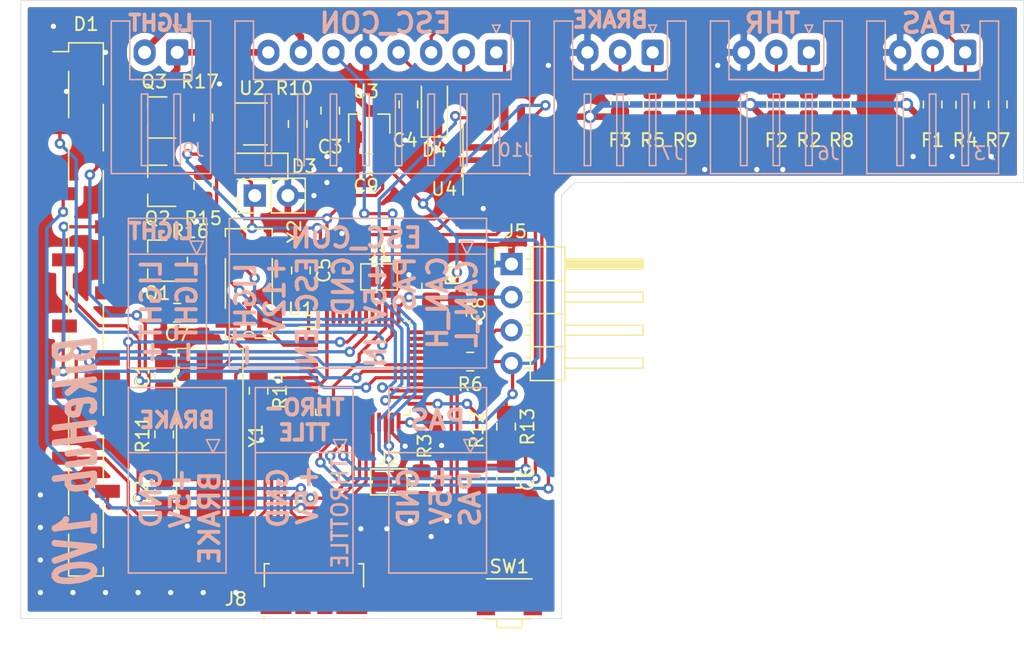
<source format=kicad_pcb>
(kicad_pcb (version 20171130) (host pcbnew "(5.1.2)-2")
  (layers (0 F.Cu signal) (31 B.Cu signal) (34 B.Paste user) (35 F.Paste user) (36 B.SilkS user) (37 F.SilkS user) (38 B.Mask user) (39 F.Mask user) (44 Edge.Cuts user))
  (net 0 "")
  (net 1 "Net-(C1-Pad1)")
  (net 2 "Net-(C2-Pad1)")
  (net 3 GND)
  (net 4 +5V)
  (net 5 "Net-(C5-Pad1)")
  (net 6 "Net-(C6-Pad1)")
  (net 7 "Net-(C7-Pad1)")
  (net 8 +3V3)
  (net 9 /D7)
  (net 10 /D5)
  (net 11 /D3)
  (net 12 /D1)
  (net 13 /LED)
  (net 14 /RD)
  (net 15 /RS)
  (net 16 /+3V3_LCD)
  (net 17 /D6)
  (net 18 /D4)
  (net 19 /D2)
  (net 20 /D0)
  (net 21 /RST)
  (net 22 /WR)
  (net 23 /CS)
  (net 24 +BATT)
  (net 25 "Net-(D4-Pad2)")
  (net 26 "Net-(F1-Pad1)")
  (net 27 "Net-(F2-Pad1)")
  (net 28 "Net-(F3-Pad1)")
  (net 29 /BOOT0)
  (net 30 /BOOT1)
  (net 31 /PAS_CON)
  (net 32 /SWDIO)
  (net 33 /SWCLK)
  (net 34 "Net-(J6-Pad1)")
  (net 35 "Net-(J7-Pad1)")
  (net 36 "Net-(J8-Pad4)")
  (net 37 /USB_DP)
  (net 38 /USB_DM)
  (net 39 +12V)
  (net 40 /LIGHT-)
  (net 41 /ESC_EN)
  (net 42 /CAN_L)
  (net 43 /CAN_H)
  (net 44 /BACKL)
  (net 45 /LCD_SW)
  (net 46 /LIGHT)
  (net 47 /THROTTLE)
  (net 48 /PAS)
  (net 49 /BRAKE)
  (net 50 "Net-(R10-Pad2)")
  (net 51 "Net-(R12-Pad1)")
  (net 52 /NRST)
  (net 53 /CAN_TX)
  (net 54 /CAN_RX)
  (net 55 "Net-(U1-Pad41)")
  (net 56 "Net-(U1-Pad40)")
  (net 57 "Net-(U1-Pad28)")
  (net 58 /CAN_EN)
  (net 59 "Net-(U1-Pad2)")
  (net 60 "Net-(J8-Pad1)")
  (module Button_Switch_SMD:SW_SPST_EVQP7A (layer F.Cu) (at 86 98)
    (fp_text reference SW1 (at 0 -2.5) (layer F.SilkS))
    (fp_text value "Wake SW")
    (pad 2 smd rect (at -1.8 0.72) (size 1.4 1.05) (layers F.Cu F.Paste F.Mask) (net 3 GND))
    (pad 2 smd rect (at 1.8 0.72) (size 1.4 1.05) (layers F.Cu F.Paste F.Mask) (net 3 GND))
    (pad 1 smd rect (at -1.8 -0.72) (size 1.4 1.05) (layers F.Cu F.Paste F.Mask) (net 51 "Net-(R12-Pad1)"))
    (pad 1 smd rect (at 1.8 -0.72) (size 1.4 1.05) (layers F.Cu F.Paste F.Mask) (net 51 "Net-(R12-Pad1)"))
  )
  (module Package_QFP:LQFP-48_7x7mm_P0.5mm (layer F.Cu) (at 74.75 80.25)
    (fp_text reference U1 (at -4.75 -4.5) (layer F.SilkS))
    (fp_text value STM32F103CBTx)
    (pad 48 smd roundrect (at -2.75 -4.1625) (size 0.3 1.475) (layers F.Cu F.Paste F.Mask) (net 8 +3V3))
    (pad 47 smd roundrect (at -2.25 -4.1625) (size 0.3 1.475) (layers F.Cu F.Paste F.Mask) (net 3 GND))
    (pad 46 smd roundrect (at -1.75 -4.1625) (size 0.3 1.475) (layers F.Cu F.Paste F.Mask) (net 53 /CAN_TX))
    (pad 45 smd roundrect (at -1.25 -4.1625) (size 0.3 1.475) (layers F.Cu F.Paste F.Mask) (net 54 /CAN_RX))
    (pad 44 smd roundrect (at -0.75 -4.1625) (size 0.3 1.475) (layers F.Cu F.Paste F.Mask) (net 29 /BOOT0))
    (pad 43 smd roundrect (at -0.25 -4.1625) (size 0.3 1.475) (layers F.Cu F.Paste F.Mask) (net 11 /D3))
    (pad 42 smd roundrect (at 0.25 -4.1625) (size 0.3 1.475) (layers F.Cu F.Paste F.Mask) (net 19 /D2))
    (pad 41 smd roundrect (at 0.75 -4.1625) (size 0.3 1.475) (layers F.Cu F.Paste F.Mask) (net 55 "Net-(U1-Pad41)"))
    (pad 40 smd roundrect (at 1.25 -4.1625) (size 0.3 1.475) (layers F.Cu F.Paste F.Mask) (net 56 "Net-(U1-Pad40)"))
    (pad 39 smd roundrect (at 1.75 -4.1625) (size 0.3 1.475) (layers F.Cu F.Paste F.Mask) (net 48 /PAS))
    (pad 38 smd roundrect (at 2.25 -4.1625) (size 0.3 1.475) (layers F.Cu F.Paste F.Mask) (net 23 /CS))
    (pad 37 smd roundrect (at 2.75 -4.1625) (size 0.3 1.475) (layers F.Cu F.Paste F.Mask) (net 33 /SWCLK))
    (pad 36 smd roundrect (at 4.1625 -2.75) (size 1.475 0.3) (layers F.Cu F.Paste F.Mask) (net 8 +3V3))
    (pad 35 smd roundrect (at 4.1625 -2.25) (size 1.475 0.3) (layers F.Cu F.Paste F.Mask) (net 3 GND))
    (pad 34 smd roundrect (at 4.1625 -1.75) (size 1.475 0.3) (layers F.Cu F.Paste F.Mask) (net 32 /SWDIO))
    (pad 33 smd roundrect (at 4.1625 -1.25) (size 1.475 0.3) (layers F.Cu F.Paste F.Mask) (net 37 /USB_DP))
    (pad 32 smd roundrect (at 4.1625 -0.75) (size 1.475 0.3) (layers F.Cu F.Paste F.Mask) (net 38 /USB_DM))
    (pad 31 smd roundrect (at 4.1625 -0.25) (size 1.475 0.3) (layers F.Cu F.Paste F.Mask) (net 12 /D1))
    (pad 30 smd roundrect (at 4.1625 0.25) (size 1.475 0.3) (layers F.Cu F.Paste F.Mask) (net 20 /D0))
    (pad 29 smd roundrect (at 4.1625 0.75) (size 1.475 0.3) (layers F.Cu F.Paste F.Mask) (net 21 /RST))
    (pad 28 smd roundrect (at 4.1625 1.25) (size 1.475 0.3) (layers F.Cu F.Paste F.Mask) (net 57 "Net-(U1-Pad28)"))
    (pad 27 smd roundrect (at 4.1625 1.75) (size 1.475 0.3) (layers F.Cu F.Paste F.Mask) (net 44 /BACKL))
    (pad 26 smd roundrect (at 4.1625 2.25) (size 1.475 0.3) (layers F.Cu F.Paste F.Mask) (net 46 /LIGHT))
    (pad 25 smd roundrect (at 4.1625 2.75) (size 1.475 0.3) (layers F.Cu F.Paste F.Mask) (net 6 "Net-(C6-Pad1)"))
    (pad 24 smd roundrect (at 2.75 4.1625) (size 0.3 1.475) (layers F.Cu F.Paste F.Mask) (net 8 +3V3))
    (pad 23 smd roundrect (at 2.25 4.1625) (size 0.3 1.475) (layers F.Cu F.Paste F.Mask) (net 3 GND))
    (pad 22 smd roundrect (at 1.75 4.1625) (size 0.3 1.475) (layers F.Cu F.Paste F.Mask) (net 41 /ESC_EN))
    (pad 21 smd roundrect (at 1.25 4.1625) (size 0.3 1.475) (layers F.Cu F.Paste F.Mask) (net 58 /CAN_EN))
    (pad 20 smd roundrect (at 0.75 4.1625) (size 0.3 1.475) (layers F.Cu F.Paste F.Mask) (net 30 /BOOT1))
    (pad 19 smd roundrect (at 0.25 4.1625) (size 0.3 1.475) (layers F.Cu F.Paste F.Mask) (net 14 /RD))
    (pad 18 smd roundrect (at -0.25 4.1625) (size 0.3 1.475) (layers F.Cu F.Paste F.Mask) (net 22 /WR))
    (pad 17 smd roundrect (at -0.75 4.1625) (size 0.3 1.475) (layers F.Cu F.Paste F.Mask) (net 15 /RS))
    (pad 16 smd roundrect (at -1.25 4.1625) (size 0.3 1.475) (layers F.Cu F.Paste F.Mask) (net 49 /BRAKE))
    (pad 15 smd roundrect (at -1.75 4.1625) (size 0.3 1.475) (layers F.Cu F.Paste F.Mask) (net 47 /THROTTLE))
    (pad 14 smd roundrect (at -2.25 4.1625) (size 0.3 1.475) (layers F.Cu F.Paste F.Mask) (net 48 /PAS))
    (pad 13 smd roundrect (at -2.75 4.1625) (size 0.3 1.475) (layers F.Cu F.Paste F.Mask) (net 9 /D7))
    (pad 12 smd roundrect (at -4.1625 2.75) (size 1.475 0.3) (layers F.Cu F.Paste F.Mask) (net 17 /D6))
    (pad 11 smd roundrect (at -4.1625 2.25) (size 1.475 0.3) (layers F.Cu F.Paste F.Mask) (net 10 /D5))
    (pad 10 smd roundrect (at -4.1625 1.75) (size 1.475 0.3) (layers F.Cu F.Paste F.Mask) (net 18 /D4))
    (pad 9 smd roundrect (at -4.1625 1.25) (size 1.475 0.3) (layers F.Cu F.Paste F.Mask) (net 8 +3V3))
    (pad 8 smd roundrect (at -4.1625 0.75) (size 1.475 0.3) (layers F.Cu F.Paste F.Mask) (net 3 GND))
    (pad 7 smd roundrect (at -4.1625 0.25) (size 1.475 0.3) (layers F.Cu F.Paste F.Mask) (net 52 /NRST))
    (pad 6 smd roundrect (at -4.1625 -0.25) (size 1.475 0.3) (layers F.Cu F.Paste F.Mask) (net 2 "Net-(C2-Pad1)"))
    (pad 5 smd roundrect (at -4.1625 -0.75) (size 1.475 0.3) (layers F.Cu F.Paste F.Mask) (net 1 "Net-(C1-Pad1)"))
    (pad 4 smd roundrect (at -4.1625 -1.25) (size 1.475 0.3) (layers F.Cu F.Paste F.Mask) (net 7 "Net-(C7-Pad1)"))
    (pad 3 smd roundrect (at -4.1625 -1.75) (size 1.475 0.3) (layers F.Cu F.Paste F.Mask) (net 5 "Net-(C5-Pad1)"))
    (pad 2 smd roundrect (at -4.1625 -2.25) (size 1.475 0.3) (layers F.Cu F.Paste F.Mask) (net 59 "Net-(U1-Pad2)"))
    (pad 1 smd roundrect (at -4.1625 -2.75) (size 1.475 0.3) (layers F.Cu F.Paste F.Mask) (net 24 +BATT))
  )
  (module Crystal:Crystal_SMD_HC49-SD (layer F.Cu) (at 63 85.45 270)
    (fp_text reference Y1 (at 0 -3.55 90) (layer F.SilkS))
    (fp_text value 8M)
    (pad 2 smd rect (at 4.25 0 270) (size 4.5 2) (layers F.Cu F.Paste F.Mask) (net 2 "Net-(C2-Pad1)"))
    (pad 1 smd rect (at -4.25 0 270) (size 4.5 2) (layers F.Cu F.Paste F.Mask) (net 1 "Net-(C1-Pad1)"))
  )
  (module Connector_JST:JST_XH_S3B-XH-A_1x03_P2.50mm_Horizontal (layer B.Cu) (at 97 56 180)
    (fp_text reference J7 (at -1.5 -7.75) (layer B.SilkS) (effects (justify mirror)))
    (fp_text value Brake)
    (pad 3 thru_hole oval (at 5 0 180) (size 1.7 1.95) (drill 0.95) (layers *.Cu *.Mask) (net 3 GND))
    (pad 2 thru_hole oval (at 2.5 0 180) (size 1.7 1.95) (drill 0.95) (layers *.Cu *.Mask) (net 28 "Net-(F3-Pad1)"))
    (pad 1 thru_hole roundrect (at 0 0 180) (size 1.7 1.95) (drill 0.95) (layers *.Cu *.Mask) (roundrect_rratio 0.147059) (net 35 "Net-(J7-Pad1)"))
  )
  (module Capacitor_SMD:C_0805_2012Metric_Pad1.15x1.40mm_HandSolder (layer F.Cu) (at 59.5 89.85 270)
    (fp_text reference C2 (at 0 1.75 90) (layer F.SilkS))
    (fp_text value 22pF)
    (pad 2 smd roundrect (at 1.025 0 270) (size 1.15 1.4) (layers F.Cu F.Paste F.Mask) (roundrect_rratio 0.217391) (net 3 GND))
    (pad 1 smd roundrect (at -1.025 0 270) (size 1.15 1.4) (layers F.Cu F.Paste F.Mask) (roundrect_rratio 0.217391) (net 2 "Net-(C2-Pad1)"))
  )
  (module Connector_PinHeader_2.54mm:PinHeader_1x02_P2.54mm_Vertical (layer F.Cu) (at 66.46 67 90)
    (fp_text reference J4 hide)
    (fp_text value Battery)
    (pad 2 thru_hole oval (at 0 2.54 90) (size 1.7 1.7) (drill 1) (layers *.Cu *.Mask) (net 3 GND))
    (pad 1 thru_hole rect (at 0 0 90) (size 1.7 1.7) (drill 1) (layers *.Cu *.Mask) (net 24 +BATT))
  )
  (module Crystal:Crystal_SMD_SeikoEpson_MC306-4Pin_8.0x3.2mm (layer F.Cu) (at 66 73.75 90)
    (fp_text reference Y2 (at 4 3.5 90) (layer F.SilkS))
    (fp_text value 32.768K)
    (pad 4 smd rect (at -2.75 -1.6 90) (size 1.3 1.9) (layers F.Cu F.Paste F.Mask) (net 7 "Net-(C7-Pad1)"))
    (pad 3 smd rect (at 2.75 -1.6 90) (size 1.3 1.9) (layers F.Cu F.Paste F.Mask) (net 3 GND))
    (pad 2 smd rect (at 2.75 1.6 90) (size 1.3 1.9) (layers F.Cu F.Paste F.Mask) (net 3 GND))
    (pad 1 smd rect (at -2.75 1.6 90) (size 1.3 1.9) (layers F.Cu F.Paste F.Mask) (net 5 "Net-(C5-Pad1)"))
  )
  (module Jumper:SolderJumper-2_P1.3mm_Open_TrianglePad1.0x1.5mm (layer F.Cu) (at 76.75 89)
    (fp_text reference J2 (at 0 -1.8) (layer F.SilkS))
    (fp_text value BOOT1)
    (pad 1 smd custom (at -0.725 0) (size 0.3 0.3) (layers F.Cu F.Mask) (net 30 /BOOT1) (options (clearance outline) (anchor rect)) (primitives (gr_poly (pts (xy -0.5 -0.75) (xy 0.5 -0.75) (xy 1 0) (xy 0.5 0.75) (xy -0.5 0.75)) (width 0))))
    (pad 2 smd custom (at 0.725 0) (size 0.3 0.3) (layers F.Cu F.Mask) (net 3 GND) (options (clearance outline) (anchor rect)) (primitives (gr_poly (pts (xy -0.65 -0.75) (xy 0.5 -0.75) (xy 0.5 0.75) (xy -0.65 0.75) (xy -0.15 0)) (width 0))))
  )
  (module Jumper:SolderJumper-2_P1.3mm_Open_TrianglePad1.0x1.5mm (layer F.Cu) (at 76 73.25)
    (fp_text reference J1 (at 0 -1.8) (layer F.SilkS))
    (fp_text value BOOT0)
    (pad 1 smd custom (at -0.725 0) (size 0.3 0.3) (layers F.Cu F.Mask) (net 29 /BOOT0) (options (clearance outline) (anchor rect)) (primitives (gr_poly (pts (xy -0.5 -0.75) (xy 0.5 -0.75) (xy 1 0) (xy 0.5 0.75) (xy -0.5 0.75)) (width 0))))
    (pad 2 smd custom (at 0.725 0) (size 0.3 0.3) (layers F.Cu F.Mask) (net 3 GND) (options (clearance outline) (anchor rect)) (primitives (gr_poly (pts (xy -0.65 -0.75) (xy 0.5 -0.75) (xy 0.5 0.75) (xy -0.65 0.75) (xy -0.15 0)) (width 0))))
  )
  (module Package_SO:SOIC-8_3.9x4.9mm_P1.27mm (layer F.Cu) (at 85 63.5 90)
    (fp_text reference U4 (at -3 -4 180) (layer F.SilkS))
    (fp_text value TCAN1402)
    (pad 8 smd roundrect (at 2.475 -1.905 90) (size 1.95 0.6) (layers F.Cu F.Paste F.Mask) (net 58 /CAN_EN))
    (pad 7 smd roundrect (at 2.475 -0.635 90) (size 1.95 0.6) (layers F.Cu F.Paste F.Mask) (net 43 /CAN_H))
    (pad 6 smd roundrect (at 2.475 0.635 90) (size 1.95 0.6) (layers F.Cu F.Paste F.Mask) (net 42 /CAN_L))
    (pad 5 smd roundrect (at 2.475 1.905 90) (size 1.95 0.6) (layers F.Cu F.Paste F.Mask) (net 8 +3V3))
    (pad 4 smd roundrect (at -2.475 1.905 90) (size 1.95 0.6) (layers F.Cu F.Paste F.Mask) (net 54 /CAN_RX))
    (pad 3 smd roundrect (at -2.475 0.635 90) (size 1.95 0.6) (layers F.Cu F.Paste F.Mask) (net 4 +5V))
    (pad 2 smd roundrect (at -2.475 -0.635 90) (size 1.95 0.6) (layers F.Cu F.Paste F.Mask) (net 3 GND))
    (pad 1 smd roundrect (at -2.475 -1.905 90) (size 1.95 0.6) (layers F.Cu F.Paste F.Mask) (net 53 /CAN_TX))
  )
  (module Package_TO_SOT_SMD:SOT-23 (layer F.Cu) (at 75.25 61.5 90)
    (fp_text reference U3 (at 2.5 -0.25 180) (layer F.SilkS))
    (fp_text value MCP1703A-3302_SOT23)
    (pad 3 smd rect (at 1 0 90) (size 0.9 0.8) (layers F.Cu F.Paste F.Mask) (net 4 +5V))
    (pad 2 smd rect (at -1 0.95 90) (size 0.9 0.8) (layers F.Cu F.Paste F.Mask) (net 8 +3V3))
    (pad 1 smd rect (at -1 -0.95 90) (size 0.9 0.8) (layers F.Cu F.Paste F.Mask) (net 3 GND))
  )
  (module Package_TO_SOT_SMD:SOT-23-5 (layer F.Cu) (at 66.5 61.5)
    (fp_text reference U2 (at -0.25 -2.75) (layer F.SilkS))
    (fp_text value MCP73812T-420I-OT)
    (pad 5 smd rect (at 1.1 -0.95) (size 1.06 0.65) (layers F.Cu F.Paste F.Mask) (net 50 "Net-(R10-Pad2)"))
    (pad 4 smd rect (at 1.1 0.95) (size 1.06 0.65) (layers F.Cu F.Paste F.Mask) (net 4 +5V))
    (pad 3 smd rect (at -1.1 0.95) (size 1.06 0.65) (layers F.Cu F.Paste F.Mask) (net 24 +BATT))
    (pad 2 smd rect (at -1.1 0) (size 1.06 0.65) (layers F.Cu F.Paste F.Mask) (net 3 GND))
    (pad 1 smd rect (at -1.1 -0.95) (size 1.06 0.65) (layers F.Cu F.Paste F.Mask) (net 4 +5V))
  )
  (module Resistor_SMD:R_0805_2012Metric_Pad1.15x1.40mm_HandSolder (layer F.Cu) (at 62.5 61 270)
    (fp_text reference R17 (at -2.75 0.25 180) (layer F.SilkS))
    (fp_text value 100K)
    (pad 2 smd roundrect (at 1.025 0 270) (size 1.15 1.4) (layers F.Cu F.Paste F.Mask) (roundrect_rratio 0.217391) (net 46 /LIGHT))
    (pad 1 smd roundrect (at -1.025 0 270) (size 1.15 1.4) (layers F.Cu F.Paste F.Mask) (roundrect_rratio 0.217391) (net 3 GND))
  )
  (module Resistor_SMD:R_0805_2012Metric_Pad1.15x1.40mm_HandSolder (layer F.Cu) (at 62 72 270)
    (fp_text reference R16 (at -2.25 0.5 180) (layer F.SilkS))
    (fp_text value 100K)
    (pad 2 smd roundrect (at 1.025 0 270) (size 1.15 1.4) (layers F.Cu F.Paste F.Mask) (roundrect_rratio 0.217391) (net 44 /BACKL))
    (pad 1 smd roundrect (at -1.025 0 270) (size 1.15 1.4) (layers F.Cu F.Paste F.Mask) (roundrect_rratio 0.217391) (net 3 GND))
  )
  (module Resistor_SMD:R_0805_2012Metric_Pad1.15x1.40mm_HandSolder (layer F.Cu) (at 62.5 66.25 90)
    (fp_text reference R15 (at -2.5 0) (layer F.SilkS))
    (fp_text value 100K)
    (pad 2 smd roundrect (at 1.025 0 90) (size 1.15 1.4) (layers F.Cu F.Paste F.Mask) (roundrect_rratio 0.217391) (net 8 +3V3))
    (pad 1 smd roundrect (at -1.025 0 90) (size 1.15 1.4) (layers F.Cu F.Paste F.Mask) (roundrect_rratio 0.217391) (net 45 /LCD_SW))
  )
  (module Resistor_SMD:R_0805_2012Metric_Pad1.15x1.40mm_HandSolder (layer F.Cu) (at 66.75 82 270)
    (fp_text reference R14 (at 0 -1.65 90) (layer F.SilkS))
    (fp_text value 10K)
    (pad 2 smd roundrect (at 1.025 0 270) (size 1.15 1.4) (layers F.Cu F.Paste F.Mask) (roundrect_rratio 0.217391) (net 8 +3V3))
    (pad 1 smd roundrect (at -1.025 0 270) (size 1.15 1.4) (layers F.Cu F.Paste F.Mask) (roundrect_rratio 0.217391) (net 52 /NRST))
  )
  (module Resistor_SMD:R_0805_2012Metric_Pad1.15x1.40mm_HandSolder (layer F.Cu) (at 85.75 84.75 270)
    (fp_text reference R13 (at 0 -1.65 90) (layer F.SilkS))
    (fp_text value 10K)
    (pad 2 smd roundrect (at 1.025 0 270) (size 1.15 1.4) (layers F.Cu F.Paste F.Mask) (roundrect_rratio 0.217391) (net 6 "Net-(C6-Pad1)"))
    (pad 1 smd roundrect (at -1.025 0 270) (size 1.15 1.4) (layers F.Cu F.Paste F.Mask) (roundrect_rratio 0.217391) (net 8 +3V3))
  )
  (module Resistor_SMD:R_0805_2012Metric_Pad1.15x1.40mm_HandSolder (layer F.Cu) (at 83.5 88.75 90)
    (fp_text reference R12 (at 3.75 0 90) (layer F.SilkS))
    (fp_text value 1K)
    (pad 2 smd roundrect (at 1.025 0 90) (size 1.15 1.4) (layers F.Cu F.Paste F.Mask) (roundrect_rratio 0.217391) (net 6 "Net-(C6-Pad1)"))
    (pad 1 smd roundrect (at -1.025 0 90) (size 1.15 1.4) (layers F.Cu F.Paste F.Mask) (roundrect_rratio 0.217391) (net 51 "Net-(R12-Pad1)"))
  )
  (module Resistor_SMD:R_0805_2012Metric_Pad1.15x1.40mm_HandSolder (layer F.Cu) (at 59.5 85.35 90)
    (fp_text reference R11 (at 0 -1.65 90) (layer F.SilkS))
    (fp_text value 10M)
    (pad 2 smd roundrect (at 1.025 0 90) (size 1.15 1.4) (layers F.Cu F.Paste F.Mask) (roundrect_rratio 0.217391) (net 1 "Net-(C1-Pad1)"))
    (pad 1 smd roundrect (at -1.025 0 90) (size 1.15 1.4) (layers F.Cu F.Paste F.Mask) (roundrect_rratio 0.217391) (net 2 "Net-(C2-Pad1)"))
  )
  (module Resistor_SMD:R_0805_2012Metric_Pad1.15x1.40mm_HandSolder (layer F.Cu) (at 69.75 61.5 90)
    (fp_text reference R10 (at 2.75 -0.25 180) (layer F.SilkS))
    (fp_text value 20K)
    (pad 2 smd roundrect (at 1.025 0 90) (size 1.15 1.4) (layers F.Cu F.Paste F.Mask) (roundrect_rratio 0.217391) (net 50 "Net-(R10-Pad2)"))
    (pad 1 smd roundrect (at -1.025 0 90) (size 1.15 1.4) (layers F.Cu F.Paste F.Mask) (roundrect_rratio 0.217391) (net 3 GND))
  )
  (module Resistor_SMD:R_0805_2012Metric_Pad1.15x1.40mm_HandSolder (layer F.Cu) (at 99.5 60 270)
    (fp_text reference R9 (at 2.75 0 180) (layer F.SilkS))
    (fp_text value 33K)
    (pad 2 smd roundrect (at 1.025 0 270) (size 1.15 1.4) (layers F.Cu F.Paste F.Mask) (roundrect_rratio 0.217391) (net 49 /BRAKE))
    (pad 1 smd roundrect (at -1.025 0 270) (size 1.15 1.4) (layers F.Cu F.Paste F.Mask) (roundrect_rratio 0.217391) (net 3 GND))
  )
  (module Resistor_SMD:R_0805_2012Metric_Pad1.15x1.40mm_HandSolder (layer F.Cu) (at 111.5 60 270)
    (fp_text reference R8 (at 2.75 0 180) (layer F.SilkS))
    (fp_text value 33K)
    (pad 2 smd roundrect (at 1.025 0 270) (size 1.15 1.4) (layers F.Cu F.Paste F.Mask) (roundrect_rratio 0.217391) (net 47 /THROTTLE))
    (pad 1 smd roundrect (at -1.025 0 270) (size 1.15 1.4) (layers F.Cu F.Paste F.Mask) (roundrect_rratio 0.217391) (net 3 GND))
  )
  (module Resistor_SMD:R_0805_2012Metric_Pad1.15x1.40mm_HandSolder (layer F.Cu) (at 123.5 60 270)
    (fp_text reference R7 (at 2.75 0 180) (layer F.SilkS))
    (fp_text value 33K)
    (pad 2 smd roundrect (at 1.025 0 270) (size 1.15 1.4) (layers F.Cu F.Paste F.Mask) (roundrect_rratio 0.217391) (net 48 /PAS))
    (pad 1 smd roundrect (at -1.025 0 270) (size 1.15 1.4) (layers F.Cu F.Paste F.Mask) (roundrect_rratio 0.217391) (net 3 GND))
  )
  (module Resistor_SMD:R_0805_2012Metric_Pad1.15x1.40mm_HandSolder (layer F.Cu) (at 83 79.756)
    (fp_text reference R6 (at 0 1.744) (layer F.SilkS))
    (fp_text value 1.5K)
    (pad 2 smd roundrect (at 1.025 0) (size 1.15 1.4) (layers F.Cu F.Paste F.Mask) (roundrect_rratio 0.217391) (net 8 +3V3))
    (pad 1 smd roundrect (at -1.025 0) (size 1.15 1.4) (layers F.Cu F.Paste F.Mask) (roundrect_rratio 0.217391) (net 37 /USB_DP))
  )
  (module Resistor_SMD:R_0805_2012Metric_Pad1.15x1.40mm_HandSolder (layer F.Cu) (at 97 60.025 90)
    (fp_text reference R5 (at -2.725 0 180) (layer F.SilkS))
    (fp_text value 17K)
    (pad 2 smd roundrect (at 1.025 0 90) (size 1.15 1.4) (layers F.Cu F.Paste F.Mask) (roundrect_rratio 0.217391) (net 35 "Net-(J7-Pad1)"))
    (pad 1 smd roundrect (at -1.025 0 90) (size 1.15 1.4) (layers F.Cu F.Paste F.Mask) (roundrect_rratio 0.217391) (net 49 /BRAKE))
  )
  (module Resistor_SMD:R_0805_2012Metric_Pad1.15x1.40mm_HandSolder (layer F.Cu) (at 121 60.025 90)
    (fp_text reference R4 (at -2.725 0 180) (layer F.SilkS))
    (fp_text value 17K)
    (pad 2 smd roundrect (at 1.025 0 90) (size 1.15 1.4) (layers F.Cu F.Paste F.Mask) (roundrect_rratio 0.217391) (net 31 /PAS_CON))
    (pad 1 smd roundrect (at -1.025 0 90) (size 1.15 1.4) (layers F.Cu F.Paste F.Mask) (roundrect_rratio 0.217391) (net 48 /PAS))
  )
  (module Resistor_SMD:R_0805_2012Metric_Pad1.15x1.40mm_HandSolder (layer F.Cu) (at 79.25 89.25 90)
    (fp_text reference R3 (at 3 0.25 90) (layer F.SilkS))
    (fp_text value 10K)
    (pad 2 smd roundrect (at 1.025 0 90) (size 1.15 1.4) (layers F.Cu F.Paste F.Mask) (roundrect_rratio 0.217391) (net 8 +3V3))
    (pad 1 smd roundrect (at -1.025 0 90) (size 1.15 1.4) (layers F.Cu F.Paste F.Mask) (roundrect_rratio 0.217391) (net 30 /BOOT1))
  )
  (module Resistor_SMD:R_0805_2012Metric_Pad1.15x1.40mm_HandSolder (layer F.Cu) (at 109 60 90)
    (fp_text reference R2 (at -2.75 0 180) (layer F.SilkS))
    (fp_text value 17K)
    (pad 2 smd roundrect (at 1.025 0 90) (size 1.15 1.4) (layers F.Cu F.Paste F.Mask) (roundrect_rratio 0.217391) (net 34 "Net-(J6-Pad1)"))
    (pad 1 smd roundrect (at -1.025 0 90) (size 1.15 1.4) (layers F.Cu F.Paste F.Mask) (roundrect_rratio 0.217391) (net 47 /THROTTLE))
  )
  (module Resistor_SMD:R_0805_2012Metric_Pad1.15x1.40mm_HandSolder (layer F.Cu) (at 80 74 270)
    (fp_text reference R1 (at -1 -1.65 90) (layer F.SilkS))
    (fp_text value 10K)
    (pad 2 smd roundrect (at 1.025 0 270) (size 1.15 1.4) (layers F.Cu F.Paste F.Mask) (roundrect_rratio 0.217391) (net 8 +3V3))
    (pad 1 smd roundrect (at -1.025 0 270) (size 1.15 1.4) (layers F.Cu F.Paste F.Mask) (roundrect_rratio 0.217391) (net 29 /BOOT0))
  )
  (module Package_TO_SOT_SMD:SOT-23 (layer F.Cu) (at 59 61 180)
    (fp_text reference Q3 (at 0.25 2.75) (layer F.SilkS))
    (fp_text value BSN20)
    (pad 3 smd rect (at 1 0 180) (size 0.9 0.8) (layers F.Cu F.Paste F.Mask) (net 40 /LIGHT-))
    (pad 2 smd rect (at -1 0.95 180) (size 0.9 0.8) (layers F.Cu F.Paste F.Mask) (net 3 GND))
    (pad 1 smd rect (at -1 -0.95 180) (size 0.9 0.8) (layers F.Cu F.Paste F.Mask) (net 46 /LIGHT))
  )
  (module Package_TO_SOT_SMD:SOT-23 (layer F.Cu) (at 59 66.25 180)
    (fp_text reference Q2 (at 0 -2.5) (layer F.SilkS))
    (fp_text value IRLML2060)
    (pad 3 smd rect (at 1 0 180) (size 0.9 0.8) (layers F.Cu F.Paste F.Mask) (net 16 /+3V3_LCD))
    (pad 2 smd rect (at -1 0.95 180) (size 0.9 0.8) (layers F.Cu F.Paste F.Mask) (net 8 +3V3))
    (pad 1 smd rect (at -1 -0.95 180) (size 0.9 0.8) (layers F.Cu F.Paste F.Mask) (net 45 /LCD_SW))
  )
  (module Package_TO_SOT_SMD:SOT-23 (layer F.Cu) (at 59 72 180)
    (fp_text reference Q1 (at 0 -2.5) (layer F.SilkS))
    (fp_text value BSN20)
    (pad 3 smd rect (at 1 0 180) (size 0.9 0.8) (layers F.Cu F.Paste F.Mask) (net 13 /LED))
    (pad 2 smd rect (at -1 0.95 180) (size 0.9 0.8) (layers F.Cu F.Paste F.Mask) (net 3 GND))
    (pad 1 smd rect (at -1 -0.95 180) (size 0.9 0.8) (layers F.Cu F.Paste F.Mask) (net 44 /BACKL))
  )
  (module Connector_JST:JST_XH_S8B-XH-A_1x08_P2.50mm_Horizontal (layer B.Cu) (at 85 56 180)
    (fp_text reference J10 (at -1.5 -7.5) (layer B.SilkS) (effects (justify mirror)))
    (fp_text value Conn_01x08)
    (pad 8 thru_hole oval (at 17.5 0 180) (size 1.7 1.95) (drill 0.95) (layers *.Cu *.Mask) (net 40 /LIGHT-))
    (pad 7 thru_hole oval (at 15 0 180) (size 1.7 1.95) (drill 0.95) (layers *.Cu *.Mask) (net 39 +12V))
    (pad 6 thru_hole oval (at 12.5 0 180) (size 1.7 1.95) (drill 0.95) (layers *.Cu *.Mask) (net 41 /ESC_EN))
    (pad 5 thru_hole oval (at 10 0 180) (size 1.7 1.95) (drill 0.95) (layers *.Cu *.Mask) (net 3 GND))
    (pad 4 thru_hole oval (at 7.5 0 180) (size 1.7 1.95) (drill 0.95) (layers *.Cu *.Mask) (net 25 "Net-(D4-Pad2)"))
    (pad 3 thru_hole oval (at 5 0 180) (size 1.7 1.95) (drill 0.95) (layers *.Cu *.Mask) (net 31 /PAS_CON))
    (pad 2 thru_hole oval (at 2.5 0 180) (size 1.7 1.95) (drill 0.95) (layers *.Cu *.Mask) (net 43 /CAN_H))
    (pad 1 thru_hole roundrect (at 0 0 180) (size 1.7 1.95) (drill 0.95) (layers *.Cu *.Mask) (roundrect_rratio 0.147059) (net 42 /CAN_L))
  )
  (module Connector_JST:JST_XH_S2B-XH-A_1x02_P2.50mm_Horizontal (layer B.Cu) (at 60.5 56 180)
    (fp_text reference J9 (at -1.25 -7.5) (layer B.SilkS) (effects (justify mirror)))
    (fp_text value LIGHTS)
    (pad 2 thru_hole oval (at 2.5 0 180) (size 1.7 2) (drill 1) (layers *.Cu *.Mask) (net 39 +12V))
    (pad 1 thru_hole roundrect (at 0 0 180) (size 1.7 2) (drill 1) (layers *.Cu *.Mask) (roundrect_rratio 0.147059) (net 40 /LIGHT-))
  )
  (module Connector_USB:USB_Micro-B_Molex_47346-0001 (layer F.Cu) (at 71 97)
    (fp_text reference J8 (at -6 1 180) (layer F.SilkS))
    (fp_text value USB_B_Micro)
    (pad 6 smd rect (at 0.84 1.2) (size 1.175 1.9) (layers F.Cu F.Paste F.Mask) (net 3 GND))
    (pad 6 smd rect (at -0.84 1.2) (size 1.175 1.9) (layers F.Cu F.Paste F.Mask) (net 3 GND))
    (pad 6 smd rect (at 2.91 1.2) (size 2.375 1.9) (layers F.Cu F.Paste F.Mask) (net 3 GND))
    (pad 6 smd rect (at -2.91 1.2) (size 2.375 1.9) (layers F.Cu F.Paste F.Mask) (net 3 GND))
    (pad 6 smd rect (at 2.4625 -1.1) (size 1.475 2.1) (layers F.Cu F.Paste F.Mask) (net 3 GND))
    (pad 6 smd rect (at -2.4625 -1.1) (size 1.475 2.1) (layers F.Cu F.Paste F.Mask) (net 3 GND))
    (pad 5 smd rect (at 1.3 -1.46) (size 0.45 1.38) (layers F.Cu F.Paste F.Mask) (net 3 GND))
    (pad 4 smd rect (at 0.65 -1.46) (size 0.45 1.38) (layers F.Cu F.Paste F.Mask) (net 36 "Net-(J8-Pad4)"))
    (pad 3 smd rect (at 0 -1.46) (size 0.45 1.38) (layers F.Cu F.Paste F.Mask) (net 37 /USB_DP))
    (pad 2 smd rect (at -0.65 -1.46) (size 0.45 1.38) (layers F.Cu F.Paste F.Mask) (net 38 /USB_DM))
    (pad 1 smd rect (at -1.3 -1.46) (size 0.45 1.38) (layers F.Cu F.Paste F.Mask) (net 60 "Net-(J8-Pad1)"))
  )
  (module Connector_JST:JST_XH_S3B-XH-A_1x03_P2.50mm_Horizontal (layer B.Cu) (at 109 56 180)
    (fp_text reference J6 (at -1.5 -7.75) (layer B.SilkS) (effects (justify mirror)))
    (fp_text value Throttle)
    (pad 3 thru_hole oval (at 5 0 180) (size 1.7 1.95) (drill 0.95) (layers *.Cu *.Mask) (net 3 GND))
    (pad 2 thru_hole oval (at 2.5 0 180) (size 1.7 1.95) (drill 0.95) (layers *.Cu *.Mask) (net 27 "Net-(F2-Pad1)"))
    (pad 1 thru_hole roundrect (at 0 0 180) (size 1.7 1.95) (drill 0.95) (layers *.Cu *.Mask) (roundrect_rratio 0.147059) (net 34 "Net-(J6-Pad1)"))
  )
  (module Connector_PinHeader_2.54mm:PinHeader_1x04_P2.54mm_Horizontal (layer F.Cu) (at 86.1695 72.263)
    (fp_text reference J5 (at 0.3305 -2.513) (layer F.SilkS))
    (fp_text value SWD)
    (pad 4 thru_hole oval (at 0 7.62) (size 1.7 1.7) (drill 1) (layers *.Cu *.Mask) (net 8 +3V3))
    (pad 3 thru_hole oval (at 0 5.08) (size 1.7 1.7) (drill 1) (layers *.Cu *.Mask) (net 32 /SWDIO))
    (pad 2 thru_hole oval (at 0 2.54) (size 1.7 1.7) (drill 1) (layers *.Cu *.Mask) (net 33 /SWCLK))
    (pad 1 thru_hole rect (at 0 0) (size 1.7 1.7) (drill 1) (layers *.Cu *.Mask) (net 3 GND))
  )
  (module Connector_JST:JST_XH_S3B-XH-A_1x03_P2.50mm_Horizontal (layer B.Cu) (at 121 56 180)
    (fp_text reference J3 (at -1.5 -7.75 180) (layer B.SilkS) (effects (justify mirror)))
    (fp_text value PAS)
    (pad 3 thru_hole oval (at 5 0 180) (size 1.7 1.95) (drill 0.95) (layers *.Cu *.Mask) (net 3 GND))
    (pad 2 thru_hole oval (at 2.5 0 180) (size 1.7 1.95) (drill 0.95) (layers *.Cu *.Mask) (net 26 "Net-(F1-Pad1)"))
    (pad 1 thru_hole roundrect (at 0 0 180) (size 1.7 1.95) (drill 0.95) (layers *.Cu *.Mask) (roundrect_rratio 0.147059) (net 31 /PAS_CON))
  )
  (module Fuse:Fuse_0805_2012Metric (layer F.Cu) (at 94.49813 59.75 270)
    (fp_text reference F3 (at 3 -0.00187 180) (layer F.SilkS))
    (fp_text value Fuse_Small)
    (pad 2 smd roundrect (at 0.9375 0 270) (size 0.975 1.4) (layers F.Cu F.Paste F.Mask) (net 4 +5V))
    (pad 1 smd roundrect (at -0.9375 0 270) (size 0.975 1.4) (layers F.Cu F.Paste F.Mask) (net 28 "Net-(F3-Pad1)"))
  )
  (module Fuse:Fuse_0805_2012Metric (layer F.Cu) (at 106.5 60 270)
    (fp_text reference F2 (at 2.75 0 180) (layer F.SilkS))
    (fp_text value Fuse_Small)
    (pad 2 smd roundrect (at 0.9375 0 270) (size 0.975 1.4) (layers F.Cu F.Paste F.Mask) (net 4 +5V))
    (pad 1 smd roundrect (at -0.9375 0 270) (size 0.975 1.4) (layers F.Cu F.Paste F.Mask) (net 27 "Net-(F2-Pad1)"))
  )
  (module Fuse:Fuse_0805_2012Metric (layer F.Cu) (at 118.5 60 270)
    (fp_text reference F1 (at 2.75 0 180) (layer F.SilkS))
    (fp_text value Fuse_Small)
    (pad 2 smd roundrect (at 0.9375 0 270) (size 0.975 1.4) (layers F.Cu F.Paste F.Mask) (net 4 +5V))
    (pad 1 smd roundrect (at -0.9375 0 270) (size 0.975 1.4) (layers F.Cu F.Paste F.Mask) (net 26 "Net-(F1-Pad1)"))
  )
  (module Diode_SMD:D_SOD-123 (layer F.Cu) (at 80.25 60.25 90)
    (fp_text reference D4 (at -3.25 0 180) (layer F.SilkS))
    (fp_text value D_Schottky_Small)
    (pad 2 smd rect (at 1.65 0 90) (size 0.9 1.2) (layers F.Cu F.Paste F.Mask) (net 25 "Net-(D4-Pad2)"))
    (pad 1 smd rect (at -1.65 0 90) (size 0.9 1.2) (layers F.Cu F.Paste F.Mask) (net 4 +5V))
  )
  (module Diode_SMD:D_SOD-123 (layer F.Cu) (at 66.75 64.75 180)
    (fp_text reference D3 (at -3.5 0) (layer F.SilkS))
    (fp_text value D_Schottky_Small)
    (pad 2 smd rect (at 1.65 0 180) (size 0.9 1.2) (layers F.Cu F.Paste F.Mask) (net 24 +BATT))
    (pad 1 smd rect (at -1.65 0 180) (size 0.9 1.2) (layers F.Cu F.Paste F.Mask) (net 4 +5V))
  )
  (module Connector_PinSocket_2.54mm:PinSocket_1x16_P2.54mm_Vertical_SMD_Pin1Left (layer F.Cu) (at 53.5 75.75)
    (fp_text reference D1 (at 0 -21.92) (layer F.SilkS))
    (fp_text value OpenSmart_3inch)
    (pad 16 smd rect (at 1.65 19.05) (size 1.9 1) (layers F.Cu F.Paste F.Mask) (net 9 /D7))
    (pad 14 smd rect (at 1.65 13.97) (size 1.9 1) (layers F.Cu F.Paste F.Mask) (net 10 /D5))
    (pad 12 smd rect (at 1.65 8.89) (size 1.9 1) (layers F.Cu F.Paste F.Mask) (net 11 /D3))
    (pad 10 smd rect (at 1.65 3.81) (size 1.9 1) (layers F.Cu F.Paste F.Mask) (net 12 /D1))
    (pad 8 smd rect (at 1.65 -1.27) (size 1.9 1) (layers F.Cu F.Paste F.Mask) (net 13 /LED))
    (pad 6 smd rect (at 1.65 -6.35) (size 1.9 1) (layers F.Cu F.Paste F.Mask) (net 14 /RD))
    (pad 4 smd rect (at 1.65 -11.43) (size 1.9 1) (layers F.Cu F.Paste F.Mask) (net 15 /RS))
    (pad 2 smd rect (at 1.65 -16.51) (size 1.9 1) (layers F.Cu F.Paste F.Mask) (net 16 /+3V3_LCD))
    (pad 15 smd rect (at -1.65 16.51) (size 1.9 1) (layers F.Cu F.Paste F.Mask) (net 17 /D6))
    (pad 13 smd rect (at -1.65 11.43) (size 1.9 1) (layers F.Cu F.Paste F.Mask) (net 18 /D4))
    (pad 11 smd rect (at -1.65 6.35) (size 1.9 1) (layers F.Cu F.Paste F.Mask) (net 19 /D2))
    (pad 9 smd rect (at -1.65 1.27) (size 1.9 1) (layers F.Cu F.Paste F.Mask) (net 20 /D0))
    (pad 7 smd rect (at -1.65 -3.81) (size 1.9 1) (layers F.Cu F.Paste F.Mask) (net 21 /RST))
    (pad 5 smd rect (at -1.65 -8.89) (size 1.9 1) (layers F.Cu F.Paste F.Mask) (net 22 /WR))
    (pad 3 smd rect (at -1.65 -13.97) (size 1.9 1) (layers F.Cu F.Paste F.Mask) (net 23 /CS))
    (pad 1 smd rect (at -1.65 -19.05) (size 1.9 1) (layers F.Cu F.Paste F.Mask) (net 3 GND))
  )
  (module Capacitor_SMD:C_0805_2012Metric_Pad1.15x1.40mm_HandSolder (layer F.Cu) (at 75.25 64.5 180)
    (fp_text reference C9 (at 0.25 -1.75) (layer F.SilkS))
    (fp_text value 100uF)
    (pad 2 smd roundrect (at 1.025 0 180) (size 1.15 1.4) (layers F.Cu F.Paste F.Mask) (roundrect_rratio 0.217391) (net 3 GND))
    (pad 1 smd roundrect (at -1.025 0 180) (size 1.15 1.4) (layers F.Cu F.Paste F.Mask) (roundrect_rratio 0.217391) (net 8 +3V3))
  )
  (module Capacitor_SMD:C_0805_2012Metric_Pad1.15x1.40mm_HandSolder (layer F.Cu) (at 82 76 270)
    (fp_text reference C8 (at -0.25 -1.65 270) (layer F.SilkS))
    (fp_text value 100nF)
    (pad 2 smd roundrect (at 1.025 0 270) (size 1.15 1.4) (layers F.Cu F.Paste F.Mask) (roundrect_rratio 0.217391) (net 3 GND))
    (pad 1 smd roundrect (at -1.025 0 270) (size 1.15 1.4) (layers F.Cu F.Paste F.Mask) (roundrect_rratio 0.217391) (net 8 +3V3))
  )
  (module Capacitor_SMD:C_0805_2012Metric_Pad1.15x1.40mm_HandSolder (layer F.Cu) (at 60.5 76 180)
    (fp_text reference C7 (at 0 -1.65) (layer F.SilkS))
    (fp_text value 22pF)
    (pad 2 smd roundrect (at 1.025 0 180) (size 1.15 1.4) (layers F.Cu F.Paste F.Mask) (roundrect_rratio 0.217391) (net 3 GND))
    (pad 1 smd roundrect (at -1.025 0 180) (size 1.15 1.4) (layers F.Cu F.Paste F.Mask) (roundrect_rratio 0.217391) (net 7 "Net-(C7-Pad1)"))
  )
  (module Capacitor_SMD:C_0805_2012Metric_Pad1.15x1.40mm_HandSolder (layer F.Cu) (at 85.75 88.75 270)
    (fp_text reference C6 (at 0 -1.65 90) (layer F.SilkS))
    (fp_text value 100nF)
    (pad 2 smd roundrect (at 1.025 0 270) (size 1.15 1.4) (layers F.Cu F.Paste F.Mask) (roundrect_rratio 0.217391) (net 3 GND))
    (pad 1 smd roundrect (at -1.025 0 270) (size 1.15 1.4) (layers F.Cu F.Paste F.Mask) (roundrect_rratio 0.217391) (net 6 "Net-(C6-Pad1)"))
  )
  (module Capacitor_SMD:C_0805_2012Metric_Pad1.15x1.40mm_HandSolder (layer F.Cu) (at 70 72.75 90)
    (fp_text reference C5 (at 0 1.75 90) (layer F.SilkS))
    (fp_text value 22pF)
    (pad 2 smd roundrect (at 1.025 0 90) (size 1.15 1.4) (layers F.Cu F.Paste F.Mask) (roundrect_rratio 0.217391) (net 3 GND))
    (pad 1 smd roundrect (at -1.025 0 90) (size 1.15 1.4) (layers F.Cu F.Paste F.Mask) (roundrect_rratio 0.217391) (net 5 "Net-(C5-Pad1)"))
  )
  (module Capacitor_SMD:C_0805_2012Metric_Pad1.15x1.40mm_HandSolder (layer F.Cu) (at 78.25 60 90)
    (fp_text reference C4 (at -2.75 -0.25 180) (layer F.SilkS))
    (fp_text value 100nF)
    (pad 2 smd roundrect (at 1.025 0 90) (size 1.15 1.4) (layers F.Cu F.Paste F.Mask) (roundrect_rratio 0.217391) (net 3 GND))
    (pad 1 smd roundrect (at -1.025 0 90) (size 1.15 1.4) (layers F.Cu F.Paste F.Mask) (roundrect_rratio 0.217391) (net 4 +5V))
  )
  (module Capacitor_SMD:C_0805_2012Metric_Pad1.15x1.40mm_HandSolder (layer F.Cu) (at 72.25 60.475 270)
    (fp_text reference C3 (at 2.775 0 180) (layer F.SilkS))
    (fp_text value 10uF)
    (pad 2 smd roundrect (at 1.025 0 270) (size 1.15 1.4) (layers F.Cu F.Paste F.Mask) (roundrect_rratio 0.217391) (net 3 GND))
    (pad 1 smd roundrect (at -1.025 0 270) (size 1.15 1.4) (layers F.Cu F.Paste F.Mask) (roundrect_rratio 0.217391) (net 4 +5V))
  )
  (module Capacitor_SMD:C_0805_2012Metric_Pad1.15x1.40mm_HandSolder (layer F.Cu) (at 59.5 80.85 90)
    (fp_text reference C1 (at 0 -1.65 90) (layer F.SilkS))
    (fp_text value 22pF)
    (pad 2 smd roundrect (at 1.025 0 90) (size 1.15 1.4) (layers F.Cu F.Paste F.Mask) (roundrect_rratio 0.217391) (net 3 GND))
    (pad 1 smd roundrect (at -1.025 0 90) (size 1.15 1.4) (layers F.Cu F.Paste F.Mask) (roundrect_rratio 0.217391) (net 1 "Net-(C1-Pad1)"))
  )
  (gr_text "BikeHub 1V0\n" (at 52.75 87.25 90) (layer B.SilkS) (effects (font (size 3 2) (thickness 0.5) italic) (justify mirror)))
  (gr_line (start 82.75 71.5) (end 83.25 70.5) (layer B.SilkS) (width 0.12))
  (gr_line (start 83.25 70.5) (end 82.25 70.5) (layer B.SilkS) (width 0.12))
  (gr_line (start 82.25 70.5) (end 82.75 71.5) (layer B.SilkS) (width 0.12))
  (gr_line (start 62 71.5) (end 62.5 70.5) (layer B.SilkS) (width 0.12))
  (gr_line (start 62.5 70.5) (end 61.5 70.5) (layer B.SilkS) (width 0.12))
  (gr_line (start 61.5 70.5) (end 62 71.5) (layer B.SilkS) (width 0.12))
  (gr_line (start 63.25 86.75) (end 63.75 85.75) (layer B.SilkS) (width 0.12))
  (gr_line (start 63.75 85.75) (end 62.75 85.75) (layer B.SilkS) (width 0.12))
  (gr_line (start 62.75 85.75) (end 63.25 86.75) (layer B.SilkS) (width 0.12))
  (gr_line (start 73 86.75) (end 73.5 85.75) (layer B.SilkS) (width 0.12))
  (gr_line (start 73.5 85.75) (end 72.5 85.75) (layer B.SilkS) (width 0.12))
  (gr_line (start 72.5 85.75) (end 73 86.75) (layer B.SilkS) (width 0.12))
  (gr_line (start 82.5 85.75) (end 83 86.75) (layer B.SilkS) (width 0.12))
  (gr_line (start 83.5 85.75) (end 82.5 85.75) (layer B.SilkS) (width 0.12))
  (gr_line (start 83 86.75) (end 83.5 85.75) (layer B.SilkS) (width 0.12))
  (gr_text PAS (at 118.25 53.75) (layer B.SilkS) (effects (font (size 1.5 1.5) (thickness 0.3)) (justify mirror)))
  (gr_text THR (at 108.5 53.75) (layer B.SilkS) (effects (font (size 1.5 1.5) (thickness 0.3)) (justify left mirror)))
  (gr_text BRAKE (at 93.75 53.5) (layer B.SilkS) (effects (font (size 1.2 1.2) (thickness 0.3)) (justify mirror)))
  (gr_text LIGHT (at 59.25 53.75) (layer B.SilkS) (effects (font (size 1.2 1.2) (thickness 0.3)) (justify mirror)))
  (gr_text ESC_CON (at 76.5 53.75) (layer B.SilkS) (effects (font (size 1.5 1.5) (thickness 0.3)) (justify mirror)))
  (gr_text GND (at 58.5 87.75 90) (layer B.SilkS) (effects (font (size 1.5 1.5) (thickness 0.3)) (justify left mirror)))
  (gr_text +5V (at 60.75 87.75 90) (layer B.SilkS) (effects (font (size 1.5 1.5) (thickness 0.3)) (justify left mirror)))
  (gr_text BRAKE (at 60.5 84.25) (layer B.SilkS) (effects (font (size 1.2 1.2) (thickness 0.3)) (justify mirror)))
  (gr_text BRAKE (at 63 88 90) (layer B.SilkS) (effects (font (size 1.5 1.5) (thickness 0.3)) (justify left mirror)))
  (gr_line (start 64.25 96) (end 64.25 81.75) (layer B.SilkS) (width 0.12))
  (gr_line (start 64.25 81.75) (end 56.75 81.75) (layer B.SilkS) (width 0.12))
  (gr_line (start 56.75 81.75) (end 56.75 96) (layer B.SilkS) (width 0.12))
  (gr_line (start 64.25 86.75) (end 56.75 86.75) (layer B.SilkS) (width 0.12))
  (gr_line (start 56.75 96) (end 64.25 96) (layer B.SilkS) (width 0.12))
  (gr_text GND (at 68.25 87.75 90) (layer B.SilkS) (effects (font (size 1.5 1.5) (thickness 0.3)) (justify left mirror)))
  (gr_text +5V (at 70.5 87.5 90) (layer B.SilkS) (effects (font (size 1.5 1.5) (thickness 0.3)) (justify left mirror)))
  (gr_text "THRO-\nTTLE" (at 70.25 84.25) (layer B.SilkS) (effects (font (size 1.2 1.2) (thickness 0.3)) (justify mirror)))
  (gr_text THROTTLE (at 73 87 90) (layer B.SilkS) (effects (font (size 1.2 1.2) (thickness 0.2)) (justify left mirror)))
  (gr_line (start 74 96) (end 74 81.75) (layer B.SilkS) (width 0.12))
  (gr_line (start 74 81.75) (end 66.5 81.75) (layer B.SilkS) (width 0.12))
  (gr_line (start 66.5 81.75) (end 66.5 96) (layer B.SilkS) (width 0.12))
  (gr_line (start 74 86.75) (end 66.5 86.75) (layer B.SilkS) (width 0.12))
  (gr_line (start 66.5 96) (end 74 96) (layer B.SilkS) (width 0.12))
  (gr_text GND (at 78.25 87.75 90) (layer B.SilkS) (effects (font (size 1.5 1.5) (thickness 0.3)) (justify left mirror)))
  (gr_text +5V (at 80.75 87.5 90) (layer B.SilkS) (effects (font (size 1.5 1.5) (thickness 0.3)) (justify left mirror)))
  (gr_text PAS (at 83 88 90) (layer B.SilkS) (effects (font (size 1.5 1.5) (thickness 0.3)) (justify left mirror)))
  (gr_text PAS (at 80.5 84.25) (layer B.SilkS) (effects (font (size 1.5 1.5) (thickness 0.3)) (justify mirror)))
  (gr_line (start 84.25 86.75) (end 76.75 86.75) (layer B.SilkS) (width 0.12))
  (gr_line (start 76.75 96) (end 84.25 96) (layer B.SilkS) (width 0.12))
  (gr_line (start 76.75 81.75) (end 76.75 96) (layer B.SilkS) (width 0.12))
  (gr_line (start 84.25 81.75) (end 76.75 81.75) (layer B.SilkS) (width 0.12))
  (gr_line (start 84.25 96) (end 84.25 81.75) (layer B.SilkS) (width 0.12))
  (gr_text LIGHT (at 59.25 69.75) (layer B.SilkS) (effects (font (size 1.2 1.2) (thickness 0.3)) (justify mirror)))
  (gr_line (start 62.75 71.5) (end 56.75 71.5) (layer B.SilkS) (width 0.12))
  (gr_line (start 62.75 80.25) (end 62.75 68.75) (layer B.SilkS) (width 0.12))
  (gr_line (start 56.75 80.25) (end 62.75 80.25) (layer B.SilkS) (width 0.12))
  (gr_line (start 56.75 68.75) (end 56.75 80.25) (layer B.SilkS) (width 0.12))
  (gr_line (start 62.75 68.75) (end 56.75 68.75) (layer B.SilkS) (width 0.12))
  (gr_text ESC_CON (at 74.25 70.25) (layer B.SilkS) (effects (font (size 1.5 1.5) (thickness 0.3)) (justify mirror)))
  (gr_line (start 84.25 71.5) (end 64.5 71.5) (layer B.SilkS) (width 0.12))
  (gr_line (start 84.25 80.25) (end 84.25 68.75) (layer B.SilkS) (width 0.12))
  (gr_line (start 64.5 80.25) (end 84.25 80.25) (layer B.SilkS) (width 0.12))
  (gr_line (start 64.5 68.75) (end 64.5 80.25) (layer B.SilkS) (width 0.12))
  (gr_line (start 84.25 68.75) (end 64.5 68.75) (layer B.SilkS) (width 0.12))
  (gr_text CAN_L (at 82.75 71.75 90) (layer B.SilkS) (effects (font (size 1.5 1.5) (thickness 0.3)) (justify left mirror)))
  (gr_text CAN_H (at 80.5 71.5 90) (layer B.SilkS) (effects (font (size 1.5 1.5) (thickness 0.3)) (justify left mirror)))
  (gr_text PAS (at 78 71.5 90) (layer B.SilkS) (effects (font (size 1.5 1.5) (thickness 0.3)) (justify left mirror)))
  (gr_text "+5V IN" (at 75.75 72 90) (layer B.SilkS) (effects (font (size 1.5 1.5) (thickness 0.3)) (justify left mirror)))
  (gr_text GND (at 73.25 71.5 90) (layer B.SilkS) (effects (font (size 1.5 1.5) (thickness 0.3)) (justify left mirror)))
  (gr_text ESC_EN (at 70.5 71.5 90) (layer B.SilkS) (effects (font (size 1.5 1.5) (thickness 0.3)) (justify left mirror)))
  (gr_text +12V (at 68 71.5 90) (layer B.SilkS) (effects (font (size 1.5 1.5) (thickness 0.3)) (justify left mirror)))
  (gr_text "LIGHT-\n" (at 65.75 72 90) (layer B.SilkS) (effects (font (size 1.5 1.5) (thickness 0.3)) (justify left mirror)))
  (gr_text "LIGHT-\n" (at 61.25 71.75 90) (layer B.SilkS) (effects (font (size 1.5 1.5) (thickness 0.3)) (justify left mirror)))
  (gr_text "LIGHT+\n" (at 58.5 71.75 90) (layer B.SilkS) (effects (font (size 1.5 1.5) (thickness 0.3)) (justify left mirror)))
  (gr_line (start 125.5 52) (end 48.5 52) (layer Edge.Cuts) (width 0.05))
  (gr_line (start 125.5 66) (end 125.5 52) (layer Edge.Cuts) (width 0.05))
  (gr_line (start 91 66) (end 125.5 66) (layer Edge.Cuts) (width 0.05))
  (gr_line (start 90 67) (end 91 66) (layer Edge.Cuts) (width 0.05))
  (gr_line (start 90 99.5) (end 90 67) (layer Edge.Cuts) (width 0.05))
  (gr_line (start 48.5 99.5) (end 90 99.5) (layer Edge.Cuts) (width 0.05))
  (gr_line (start 48.5 52) (end 48.5 99.5) (layer Edge.Cuts) (width 0.05))
  (segment (start 59.5 84.325) (end 59.5 81.875) (width 0.25) (layer F.Cu) (net 1))
  (segment (start 63.3 81.7) (end 63.3 81.95) (width 0.25) (layer F.Cu) (net 1))
  (segment (start 63.3 81.95) (end 63.3 80.7) (width 0.25) (layer F.Cu) (net 1))
  (segment (start 64.7 79.5) (end 63 81.2) (width 0.25) (layer F.Cu) (net 1))
  (segment (start 70.5875 79.5) (end 64.7 79.5) (width 0.25) (layer F.Cu) (net 1))
  (segment (start 62.325 81.875) (end 63 81.2) (width 0.25) (layer F.Cu) (net 1))
  (segment (start 59.5 81.875) (end 62.325 81.875) (width 0.25) (layer F.Cu) (net 1))
  (segment (start 63.3 90.45) (end 63.3 89.2) (width 0.25) (layer F.Cu) (net 2))
  (segment (start 63.8 90.45) (end 62.15 90.45) (width 0.25) (layer F.Cu) (net 2))
  (segment (start 59.5 88.825) (end 59.5 86.375) (width 0.25) (layer F.Cu) (net 2))
  (segment (start 63 86) (end 63 89.7) (width 0.25) (layer F.Cu) (net 2))
  (segment (start 65 84) (end 63 86) (width 0.25) (layer F.Cu) (net 2))
  (segment (start 65 80.75) (end 65 84) (width 0.25) (layer F.Cu) (net 2))
  (segment (start 70.5875 80) (end 65.75 80) (width 0.25) (layer F.Cu) (net 2))
  (segment (start 65.75 80) (end 65 80.75) (width 0.25) (layer F.Cu) (net 2))
  (segment (start 62.125 88.825) (end 63 89.7) (width 0.25) (layer F.Cu) (net 2))
  (segment (start 59.5 88.825) (end 62.125 88.825) (width 0.25) (layer F.Cu) (net 2))
  (segment (start 62.425 60.05) (end 62.5 59.975) (width 0.25) (layer F.Cu) (net 3))
  (segment (start 60 60.05) (end 62.425 60.05) (width 0.25) (layer F.Cu) (net 3))
  (segment (start 74.3 64.425) (end 74.225 64.5) (width 0.25) (layer F.Cu) (net 3))
  (segment (start 74.3 62.5) (end 74.3 64.425) (width 0.25) (layer F.Cu) (net 3))
  (segment (start 73.25 62.5) (end 72.25 61.5) (width 0.25) (layer F.Cu) (net 3))
  (segment (start 74.3 62.5) (end 73.25 62.5) (width 0.25) (layer F.Cu) (net 3))
  (segment (start 71.225 62.525) (end 69.75 62.525) (width 0.25) (layer F.Cu) (net 3))
  (segment (start 72.25 61.5) (end 71.225 62.525) (width 0.25) (layer F.Cu) (net 3))
  (segment (start 81.025 78) (end 82 77.025) (width 0.25) (layer F.Cu) (net 3))
  (segment (start 78.9125 78) (end 81.025 78) (width 0.25) (layer F.Cu) (net 3))
  (via (at 78.2955 73.0885) (size 0.8) (drill 0.4) (layers F.Cu B.Cu) (net 3))
  (via (at 61.2775 92.3925) (size 0.8) (drill 0.4) (layers F.Cu B.Cu) (net 3))
  (via (at 63.754 58.42) (size 0.8) (drill 0.4) (layers F.Cu B.Cu) (net 3))
  (segment (start 65.4 61.5) (end 64.294 61.5) (width 0.25) (layer F.Cu) (net 3))
  (segment (start 64.294 61.5) (end 63.9445 61.1505) (width 0.25) (layer F.Cu) (net 3))
  (segment (start 63.9445 61.1505) (end 63.9445 60.071) (width 0.25) (layer F.Cu) (net 3))
  (segment (start 63.8485 59.975) (end 62.5 59.975) (width 0.25) (layer F.Cu) (net 3))
  (segment (start 63.9445 60.071) (end 63.8485 59.975) (width 0.25) (layer F.Cu) (net 3))
  (via (at 73.152 69.9135) (size 0.8) (drill 0.4) (layers F.Cu B.Cu) (net 3))
  (segment (start 72.5 76.0875) (end 72.5 70.5655) (width 0.25) (layer F.Cu) (net 3))
  (segment (start 72.5 70.5655) (end 73.152 69.9135) (width 0.25) (layer F.Cu) (net 3))
  (via (at 78 86.25) (size 0.8) (drill 0.4) (layers F.Cu B.Cu) (net 3))
  (segment (start 77 84.4125) (end 77 85.25) (width 0.25) (layer F.Cu) (net 3))
  (segment (start 77 85.25) (end 78 86.25) (width 0.25) (layer F.Cu) (net 3))
  (via (at 68.25 81.25) (size 0.8) (drill 0.4) (layers F.Cu B.Cu) (net 3))
  (segment (start 70.5875 81) (end 68.5 81) (width 0.25) (layer F.Cu) (net 3))
  (segment (start 68.5 81) (end 68.25 81.25) (width 0.25) (layer F.Cu) (net 3))
  (via (at 58 74.25) (size 0.8) (drill 0.4) (layers F.Cu B.Cu) (net 3))
  (via (at 78 62.75) (size 0.8) (drill 0.4) (layers F.Cu B.Cu) (net 3))
  (via (at 83.75 76.75) (size 0.8) (drill 0.4) (layers F.Cu B.Cu) (net 3))
  (via (at 67 85.75) (size 0.8) (drill 0.4) (layers F.Cu B.Cu) (net 3))
  (segment (start 67 82.5) (end 67 85.75) (width 0.25) (layer B.Cu) (net 3))
  (segment (start 68.25 81.25) (end 67 82.5) (width 0.25) (layer B.Cu) (net 3))
  (via (at 78.4 92) (size 0.8) (drill 0.4) (layers F.Cu B.Cu) (net 3))
  (via (at 76.6 92.6) (size 0.8) (drill 0.4) (layers F.Cu B.Cu) (net 3))
  (via (at 74.6 92.6) (size 0.8) (drill 0.4) (layers F.Cu B.Cu) (net 3))
  (via (at 80 93.2) (size 0.8) (drill 0.4) (layers F.Cu B.Cu) (net 3))
  (via (at 81.2 92) (size 0.8) (drill 0.4) (layers F.Cu B.Cu) (net 3))
  (via (at 80.8 86.2) (size 0.8) (drill 0.4) (layers F.Cu B.Cu) (net 3))
  (via (at 65 97.5) (size 0.8) (drill 0.4) (layers F.Cu B.Cu) (net 3))
  (via (at 62.5 97.5) (size 0.8) (drill 0.4) (layers F.Cu B.Cu) (net 3))
  (via (at 60 97.5) (size 0.8) (drill 0.4) (layers F.Cu B.Cu) (net 3))
  (via (at 57.5 97.5) (size 0.8) (drill 0.4) (layers F.Cu B.Cu) (net 3))
  (via (at 55 97.5) (size 0.8) (drill 0.4) (layers F.Cu B.Cu) (net 3))
  (via (at 52.5 97.5) (size 0.8) (drill 0.4) (layers F.Cu B.Cu) (net 3))
  (via (at 50 97.5) (size 0.8) (drill 0.4) (layers F.Cu B.Cu) (net 3))
  (via (at 50 90) (size 0.8) (drill 0.4) (layers F.Cu B.Cu) (net 3))
  (via (at 50 92.5) (size 0.8) (drill 0.4) (layers F.Cu B.Cu) (net 3))
  (via (at 50 95) (size 0.8) (drill 0.4) (layers F.Cu B.Cu) (net 3))
  (via (at 52 59) (size 0.8) (drill 0.4) (layers F.Cu B.Cu) (net 3))
  (via (at 55 56) (size 0.8) (drill 0.4) (layers F.Cu B.Cu) (net 3))
  (via (at 51 54) (size 0.8) (drill 0.4) (layers F.Cu B.Cu) (net 3))
  (via (at 89 57) (size 0.8) (drill 0.4) (layers F.Cu B.Cu) (net 3))
  (via (at 102 57) (size 0.8) (drill 0.4) (layers F.Cu B.Cu) (net 3))
  (via (at 123 64) (size 0.8) (drill 0.4) (layers F.Cu B.Cu) (net 3))
  (via (at 120 64) (size 0.8) (drill 0.4) (layers F.Cu B.Cu) (net 3))
  (via (at 117 64) (size 0.8) (drill 0.4) (layers F.Cu B.Cu) (net 3))
  (via (at 107 65) (size 0.8) (drill 0.4) (layers F.Cu B.Cu) (net 3))
  (via (at 105 65) (size 0.8) (drill 0.4) (layers F.Cu B.Cu) (net 3))
  (via (at 101 65) (size 0.8) (drill 0.4) (layers F.Cu B.Cu) (net 3))
  (via (at 84 68) (size 0.8) (drill 0.4) (layers F.Cu B.Cu) (net 3))
  (via (at 72 66) (size 0.8) (drill 0.4) (layers F.Cu B.Cu) (net 3))
  (via (at 72 64) (size 0.8) (drill 0.4) (layers F.Cu B.Cu) (net 3))
  (via (at 71 65) (size 0.8) (drill 0.4) (layers F.Cu B.Cu) (net 3))
  (via (at 73 65) (size 0.8) (drill 0.4) (layers F.Cu B.Cu) (net 3))
  (via (at 71 67) (size 0.8) (drill 0.4) (layers F.Cu B.Cu) (net 3))
  (via (at 62 69) (size 0.8) (drill 0.4) (layers F.Cu B.Cu) (net 3))
  (segment (start 73.1025 95.54) (end 73.4625 95.9) (width 0.25) (layer F.Cu) (net 3))
  (segment (start 72.3 95.54) (end 73.1025 95.54) (width 0.25) (layer F.Cu) (net 3))
  (segment (start 79.125 61.9) (end 78.25 61.025) (width 0.5) (layer F.Cu) (net 4))
  (segment (start 80.25 61.9) (end 79.125 61.9) (width 0.5) (layer F.Cu) (net 4))
  (segment (start 77.725 60.5) (end 78.25 61.025) (width 0.5) (layer F.Cu) (net 4))
  (segment (start 75.25 60.5) (end 77.725 60.5) (width 0.5) (layer F.Cu) (net 4))
  (segment (start 74.25 59.45) (end 72.25 59.45) (width 0.5) (layer F.Cu) (net 4))
  (segment (start 75.25 60.45) (end 74.25 59.45) (width 0.5) (layer F.Cu) (net 4))
  (segment (start 75.25 60.5) (end 75.25 60.45) (width 0.5) (layer F.Cu) (net 4))
  (segment (start 65.4 59.975) (end 65.4 60.55) (width 0.5) (layer F.Cu) (net 4))
  (segment (start 65.925 59.45) (end 65.4 59.975) (width 0.5) (layer F.Cu) (net 4))
  (segment (start 72.25 59.45) (end 65.925 59.45) (width 0.5) (layer F.Cu) (net 4))
  (segment (start 66.82 62.45) (end 66.5 62.13) (width 0.5) (layer F.Cu) (net 4))
  (segment (start 67.6 62.45) (end 66.82 62.45) (width 0.5) (layer F.Cu) (net 4))
  (segment (start 66.18 60.55) (end 65.4 60.55) (width 0.5) (layer F.Cu) (net 4))
  (segment (start 66.5 60.87) (end 66.18 60.55) (width 0.5) (layer F.Cu) (net 4))
  (segment (start 66.5 62.13) (end 66.5 60.87) (width 0.5) (layer F.Cu) (net 4))
  (segment (start 68.4 64.75) (end 68.4 64.65) (width 0.5) (layer F.Cu) (net 4))
  (segment (start 67.6 63.85) (end 67.6 62.45) (width 0.5) (layer F.Cu) (net 4))
  (segment (start 68.4 64.65) (end 67.6 63.85) (width 0.5) (layer F.Cu) (net 4))
  (segment (start 80.25 62.6) (end 80.95 63.3) (width 0.5) (layer F.Cu) (net 4))
  (segment (start 80.25 61.9) (end 80.25 62.6) (width 0.5) (layer F.Cu) (net 4))
  (segment (start 80.95 63.3) (end 84.7 63.3) (width 0.5) (layer F.Cu) (net 4))
  (segment (start 85.635 64.235) (end 85.635 65.975) (width 0.5) (layer F.Cu) (net 4))
  (segment (start 84.7 63.3) (end 85.635 64.235) (width 0.5) (layer F.Cu) (net 4))
  (segment (start 87.765 64.235) (end 85.635 64.235) (width 0.5) (layer F.Cu) (net 4))
  (segment (start 91.0625 60.9375) (end 87.765 64.235) (width 0.5) (layer F.Cu) (net 4))
  (segment (start 118.5 60.9375) (end 117.4375 60.9375) (width 0.5) (layer F.Cu) (net 4))
  (via (at 116.5 60) (size 1) (drill 0.6) (layers F.Cu B.Cu) (net 4))
  (segment (start 117.4375 60.9375) (end 116.5 60) (width 0.5) (layer F.Cu) (net 4))
  (via (at 104.5 60) (size 1) (drill 0.6) (layers F.Cu B.Cu) (net 4))
  (segment (start 116.5 60) (end 104.5 60) (width 0.5) (layer B.Cu) (net 4))
  (segment (start 105.4375 60.9375) (end 106.5 60.9375) (width 0.5) (layer F.Cu) (net 4))
  (segment (start 104.5 60) (end 105.4375 60.9375) (width 0.5) (layer F.Cu) (net 4))
  (via (at 92.1875 60.9375) (size 1) (drill 0.6) (layers F.Cu B.Cu) (net 4))
  (segment (start 93.125 60) (end 92.1875 60.9375) (width 0.5) (layer B.Cu) (net 4))
  (segment (start 104.5 60) (end 93.125 60) (width 0.5) (layer B.Cu) (net 4))
  (segment (start 94.49813 60.9375) (end 92.1875 60.9375) (width 0.5) (layer F.Cu) (net 4))
  (segment (start 92.1875 60.9375) (end 91.0625 60.9375) (width 0.5) (layer F.Cu) (net 4))
  (segment (start 67.6 77.4) (end 67.6 76.5) (width 0.25) (layer F.Cu) (net 5))
  (segment (start 68.7 78.5) (end 67.6 77.4) (width 0.25) (layer F.Cu) (net 5))
  (segment (start 70.5875 78.5) (end 68.7 78.5) (width 0.25) (layer F.Cu) (net 5))
  (segment (start 70 74.4) (end 70 73.775) (width 0.25) (layer F.Cu) (net 5))
  (segment (start 67.9 76.5) (end 70 74.4) (width 0.25) (layer F.Cu) (net 5))
  (segment (start 67.6 76.5) (end 67.9 76.5) (width 0.25) (layer F.Cu) (net 5))
  (segment (start 85.75 85.775) (end 85.75 87.725) (width 0.25) (layer F.Cu) (net 6))
  (segment (start 85.75 87.725) (end 83.5 87.725) (width 0.25) (layer F.Cu) (net 6))
  (via (at 82.75 83) (size 0.8) (drill 0.4) (layers F.Cu B.Cu) (net 6))
  (segment (start 83.5 87.725) (end 83.5 83.75) (width 0.25) (layer F.Cu) (net 6))
  (segment (start 83.5 83.75) (end 82.75 83) (width 0.25) (layer F.Cu) (net 6))
  (via (at 80.5 83) (size 0.8) (drill 0.4) (layers F.Cu B.Cu) (net 6))
  (segment (start 82.75 83) (end 80.5 83) (width 0.25) (layer B.Cu) (net 6))
  (segment (start 80.5 83) (end 78.9125 83) (width 0.25) (layer F.Cu) (net 6))
  (segment (start 70.5875 79) (end 65.75 79) (width 0.25) (layer F.Cu) (net 7))
  (segment (start 64.4 77.65) (end 64.4 76.5) (width 0.25) (layer F.Cu) (net 7))
  (segment (start 65.75 79) (end 64.4 77.65) (width 0.25) (layer F.Cu) (net 7))
  (segment (start 62.025 76.5) (end 61.525 76) (width 0.25) (layer F.Cu) (net 7))
  (segment (start 64.4 76.5) (end 62.025 76.5) (width 0.25) (layer F.Cu) (net 7))
  (segment (start 62.425 65.3) (end 62.5 65.225) (width 0.25) (layer F.Cu) (net 8))
  (segment (start 60 65.3) (end 62.425 65.3) (width 0.25) (layer F.Cu) (net 8))
  (segment (start 76.2 64.425) (end 76.275 64.5) (width 0.25) (layer F.Cu) (net 8))
  (segment (start 76.2 62.5) (end 76.2 64.425) (width 0.25) (layer F.Cu) (net 8))
  (segment (start 80.05 74.975) (end 80 75.025) (width 0.25) (layer F.Cu) (net 8))
  (segment (start 82 74.975) (end 80.05 74.975) (width 0.25) (layer F.Cu) (net 8))
  (segment (start 78.9125 77.5) (end 80.234 77.5) (width 0.25) (layer F.Cu) (net 8))
  (segment (start 80.234 77.5) (end 80.264 77.47) (width 0.25) (layer F.Cu) (net 8))
  (segment (start 80.264 77.47) (end 80.264 76.454) (width 0.25) (layer F.Cu) (net 8))
  (segment (start 80 76.19) (end 80 75.025) (width 0.25) (layer F.Cu) (net 8))
  (segment (start 80.264 76.454) (end 80 76.19) (width 0.25) (layer F.Cu) (net 8))
  (via (at 79.375 67.6275) (size 0.8) (drill 0.4) (layers F.Cu B.Cu) (net 8))
  (segment (start 76.275 64.5) (end 79.375 67.6) (width 0.25) (layer F.Cu) (net 8))
  (segment (start 79.375 67.6) (end 79.375 67.6275) (width 0.25) (layer F.Cu) (net 8))
  (via (at 81.9785 72.898) (size 0.8) (drill 0.4) (layers F.Cu B.Cu) (net 8))
  (segment (start 82 74.975) (end 82 72.9195) (width 0.25) (layer F.Cu) (net 8))
  (segment (start 82 72.9195) (end 81.9785 72.898) (width 0.25) (layer F.Cu) (net 8))
  (segment (start 81.9785 70.231) (end 79.375 67.6275) (width 0.25) (layer B.Cu) (net 8))
  (segment (start 81.9785 72.898) (end 81.9785 70.231) (width 0.25) (layer B.Cu) (net 8))
  (via (at 88.773 60.071) (size 0.8) (drill 0.4) (layers F.Cu B.Cu) (net 8))
  (segment (start 86.905 61.025) (end 87.819 61.025) (width 0.25) (layer F.Cu) (net 8))
  (segment (start 87.819 61.025) (end 88.773 60.071) (width 0.25) (layer F.Cu) (net 8))
  (segment (start 86.9315 60.071) (end 88.773 60.071) (width 0.25) (layer B.Cu) (net 8))
  (segment (start 79.375 67.6275) (end 86.9315 60.071) (width 0.25) (layer B.Cu) (net 8))
  (segment (start 76.275 66.473) (end 76.275 64.5) (width 0.25) (layer F.Cu) (net 8))
  (segment (start 75.7555 66.9925) (end 76.275 66.473) (width 0.25) (layer F.Cu) (net 8))
  (segment (start 73.7825 66.9925) (end 75.7555 66.9925) (width 0.25) (layer F.Cu) (net 8))
  (segment (start 72 76.0875) (end 72 68.775) (width 0.25) (layer F.Cu) (net 8))
  (segment (start 72 68.775) (end 72.0125 68.7625) (width 0.25) (layer F.Cu) (net 8))
  (via (at 61.2775 63.8175) (size 0.8) (drill 0.4) (layers F.Cu B.Cu) (net 8))
  (segment (start 61.2775 63.8175) (end 62.103 63.8175) (width 0.25) (layer F.Cu) (net 8))
  (segment (start 62.5 64.2145) (end 62.5 65.225) (width 0.25) (layer F.Cu) (net 8))
  (segment (start 62.103 63.8175) (end 62.5 64.2145) (width 0.25) (layer F.Cu) (net 8))
  (segment (start 86.0425 79.756) (end 86.1695 79.883) (width 0.25) (layer F.Cu) (net 8))
  (segment (start 84.025 79.756) (end 86.0425 79.756) (width 0.25) (layer F.Cu) (net 8))
  (segment (start 86.1695 79.883) (end 87.757 79.883) (width 0.25) (layer B.Cu) (net 8))
  (segment (start 87.757 79.883) (end 88.2015 79.4385) (width 0.25) (layer B.Cu) (net 8))
  (segment (start 88.2015 79.4385) (end 88.2015 70.6755) (width 0.25) (layer B.Cu) (net 8))
  (segment (start 88.2015 70.6755) (end 87.9475 70.4215) (width 0.25) (layer B.Cu) (net 8))
  (segment (start 84.2645 70.231) (end 81.9785 70.231) (width 0.25) (layer B.Cu) (net 8))
  (segment (start 84.455 70.4215) (end 84.2645 70.231) (width 0.25) (layer B.Cu) (net 8))
  (segment (start 87.9475 70.4215) (end 84.455 70.4215) (width 0.25) (layer B.Cu) (net 8))
  (via (at 78.3844 84.4296) (size 0.8) (drill 0.4) (layers F.Cu B.Cu) (net 8))
  (segment (start 77.5171 84.4296) (end 77.5 84.4125) (width 0.25) (layer F.Cu) (net 8))
  (segment (start 78.3844 84.4296) (end 77.5171 84.4296) (width 0.25) (layer F.Cu) (net 8))
  (segment (start 67.725 83.025) (end 66.75 83.025) (width 0.25) (layer F.Cu) (net 8))
  (segment (start 70.5875 81.5) (end 69.25 81.5) (width 0.25) (layer F.Cu) (net 8))
  (segment (start 69.25 81.5) (end 67.725 83.025) (width 0.25) (layer F.Cu) (net 8))
  (segment (start 72.0125 68.7625) (end 73.7825 66.9925) (width 0.25) (layer F.Cu) (net 8))
  (via (at 72.0125 68.7625) (size 0.8) (drill 0.4) (layers F.Cu B.Cu) (net 8))
  (segment (start 72.0125 68.7625) (end 65.656815 68.7625) (width 0.25) (layer B.Cu) (net 8))
  (segment (start 61.2775 64.383185) (end 65.656815 68.7625) (width 0.25) (layer B.Cu) (net 8))
  (segment (start 61.2775 63.8175) (end 61.2775 64.383185) (width 0.25) (layer B.Cu) (net 8))
  (segment (start 70.5875 81.5) (end 71.5 81.5) (width 0.25) (layer F.Cu) (net 8))
  (segment (start 72 81) (end 72 76.0875) (width 0.25) (layer F.Cu) (net 8))
  (segment (start 71.5 81.5) (end 72 81) (width 0.25) (layer F.Cu) (net 8))
  (segment (start 79.25 85.2952) (end 78.3844 84.4296) (width 0.25) (layer F.Cu) (net 8))
  (segment (start 79.25 88.225) (end 79.25 85.2952) (width 0.25) (layer F.Cu) (net 8))
  (segment (start 84.0704 84.4296) (end 78.3844 84.4296) (width 0.25) (layer B.Cu) (net 8))
  (via (at 86.25 82.25) (size 0.8) (drill 0.4) (layers F.Cu B.Cu) (net 8))
  (segment (start 84.0704 84.4296) (end 86.25 82.25) (width 0.25) (layer B.Cu) (net 8))
  (segment (start 86.25 79.9635) (end 86.1695 79.883) (width 0.25) (layer F.Cu) (net 8))
  (segment (start 86.25 82.25) (end 86.25 79.9635) (width 0.25) (layer F.Cu) (net 8))
  (segment (start 85.75 82.75) (end 86.25 82.25) (width 0.25) (layer F.Cu) (net 8))
  (segment (start 85.75 83.725) (end 85.75 82.75) (width 0.25) (layer F.Cu) (net 8))
  (segment (start 56.35 94.8) (end 55.15 94.8) (width 0.25) (layer F.Cu) (net 9))
  (segment (start 72 84.4125) (end 72 85.5) (width 0.25) (layer F.Cu) (net 9))
  (segment (start 72 85.5) (end 68.75 88.75) (width 0.25) (layer F.Cu) (net 9))
  (segment (start 68.75 88.75) (end 68.75 92) (width 0.25) (layer F.Cu) (net 9))
  (segment (start 68.75 92) (end 65.75 95) (width 0.25) (layer F.Cu) (net 9))
  (segment (start 65.75 95) (end 56.55 95) (width 0.25) (layer F.Cu) (net 9))
  (segment (start 56.55 95) (end 56.35 94.8) (width 0.25) (layer F.Cu) (net 9))
  (segment (start 55.15 90.9) (end 55.15 89.72) (width 0.25) (layer F.Cu) (net 10))
  (segment (start 56.25 91) (end 55.25 91) (width 0.25) (layer F.Cu) (net 10))
  (segment (start 59.25 94) (end 56.25 91) (width 0.25) (layer F.Cu) (net 10))
  (segment (start 65.25 94) (end 59.25 94) (width 0.25) (layer F.Cu) (net 10))
  (segment (start 69.75 82.5) (end 69.5 82.75) (width 0.25) (layer F.Cu) (net 10))
  (segment (start 55.25 91) (end 55.15 90.9) (width 0.25) (layer F.Cu) (net 10))
  (segment (start 70.5875 82.5) (end 69.75 82.5) (width 0.25) (layer F.Cu) (net 10))
  (segment (start 69.5 82.75) (end 69.5 86.5) (width 0.25) (layer F.Cu) (net 10))
  (segment (start 69.5 86.5) (end 67.75 88.25) (width 0.25) (layer F.Cu) (net 10))
  (segment (start 67.75 88.25) (end 67.75 91.5) (width 0.25) (layer F.Cu) (net 10))
  (segment (start 67.75 91.5) (end 65.25 94) (width 0.25) (layer F.Cu) (net 10))
  (segment (start 55.6 84.64) (end 55.15 84.64) (width 0.25) (layer F.Cu) (net 11))
  (via (at 56.75 78.25) (size 0.8) (drill 0.4) (layers F.Cu B.Cu) (net 11))
  (segment (start 56.35 84.64) (end 55.15 84.64) (width 0.25) (layer F.Cu) (net 11))
  (segment (start 56.75 84.24) (end 56.35 84.64) (width 0.25) (layer F.Cu) (net 11))
  (segment (start 56.75 78.25) (end 56.75 84.24) (width 0.25) (layer F.Cu) (net 11))
  (segment (start 56.775 78.275) (end 56.75 78.25) (width 0.25) (layer B.Cu) (net 11))
  (via (at 73 78.25) (size 0.8) (drill 0.4) (layers F.Cu B.Cu) (net 11))
  (segment (start 73 78.25) (end 56.75 78.25) (width 0.25) (layer B.Cu) (net 11))
  (segment (start 73.565685 78.25) (end 73 78.25) (width 0.25) (layer F.Cu) (net 11))
  (segment (start 74.5 76.0875) (end 74.5 77.315685) (width 0.25) (layer F.Cu) (net 11))
  (segment (start 74.5 77.315685) (end 73.565685 78.25) (width 0.25) (layer F.Cu) (net 11))
  (segment (start 55.34 79.75) (end 55.15 79.56) (width 0.25) (layer F.Cu) (net 12))
  (via (at 53.75 79.75) (size 0.8) (drill 0.4) (layers F.Cu B.Cu) (net 12))
  (segment (start 54.96 79.75) (end 55.15 79.56) (width 0.25) (layer F.Cu) (net 12))
  (segment (start 53.75 79.75) (end 54.96 79.75) (width 0.25) (layer F.Cu) (net 12))
  (segment (start 53.9592 79.9592) (end 53.75 79.75) (width 0.25) (layer B.Cu) (net 12))
  (via (at 76 79.5) (size 0.8) (drill 0.4) (layers F.Cu B.Cu) (net 12))
  (segment (start 78.9125 80) (end 76.5 80) (width 0.25) (layer F.Cu) (net 12))
  (segment (start 76.5 80) (end 76 79.5) (width 0.25) (layer F.Cu) (net 12))
  (segment (start 76 79.5) (end 75.5 80) (width 0.25) (layer B.Cu) (net 12))
  (segment (start 75.5 80) (end 71.75 80) (width 0.25) (layer B.Cu) (net 12))
  (segment (start 71.75 80) (end 71.25 79.5) (width 0.25) (layer B.Cu) (net 12))
  (segment (start 54.315685 79.75) (end 53.75 79.75) (width 0.25) (layer B.Cu) (net 12))
  (segment (start 54.565685 79.5) (end 54.315685 79.75) (width 0.25) (layer B.Cu) (net 12))
  (segment (start 71.25 79.5) (end 54.565685 79.5) (width 0.25) (layer B.Cu) (net 12))
  (segment (start 56.88 72) (end 58 72) (width 0.25) (layer F.Cu) (net 13))
  (segment (start 55.15 73.73) (end 56.88 72) (width 0.25) (layer F.Cu) (net 13))
  (segment (start 55.15 74.48) (end 55.15 73.73) (width 0.25) (layer F.Cu) (net 13))
  (via (at 51.8 69.4) (size 0.8) (drill 0.4) (layers F.Cu B.Cu) (net 14))
  (segment (start 55.15 69.4) (end 51.8 69.4) (width 0.25) (layer F.Cu) (net 14))
  (segment (start 51.8 78.6) (end 51.8 69.4) (width 0.25) (layer B.Cu) (net 14))
  (segment (start 51.024999 82.598001) (end 51.024999 79.375001) (width 0.25) (layer B.Cu) (net 14))
  (segment (start 51.024999 79.375001) (end 51.8 78.6) (width 0.25) (layer B.Cu) (net 14))
  (segment (start 75 84.4125) (end 75 89) (width 0.25) (layer F.Cu) (net 14))
  (segment (start 75 89) (end 72.25 91.75) (width 0.25) (layer F.Cu) (net 14))
  (segment (start 69.676998 91.75) (end 69.25 91.323002) (width 0.25) (layer F.Cu) (net 14))
  (segment (start 72.25 91.75) (end 69.676998 91.75) (width 0.25) (layer F.Cu) (net 14))
  (segment (start 69.25 91.323002) (end 69.25 90.25) (width 0.25) (layer F.Cu) (net 14))
  (via (at 70 89.5) (size 0.8) (drill 0.4) (layers F.Cu B.Cu) (net 14))
  (segment (start 69.25 90.25) (end 70 89.5) (width 0.25) (layer F.Cu) (net 14))
  (segment (start 57.926998 89.5) (end 51.024999 82.598001) (width 0.25) (layer B.Cu) (net 14))
  (segment (start 70 89.5) (end 57.926998 89.5) (width 0.25) (layer B.Cu) (net 14))
  (via (at 57.4 76.2) (size 0.8) (drill 0.4) (layers F.Cu B.Cu) (net 15))
  (via (at 53.8 65.4) (size 0.8) (drill 0.4) (layers F.Cu B.Cu) (net 15))
  (segment (start 53.8 74.6) (end 55.4 76.2) (width 0.25) (layer B.Cu) (net 15))
  (segment (start 53.8 65.4) (end 53.8 74.6) (width 0.25) (layer B.Cu) (net 15))
  (segment (start 55.15 64.32) (end 54.88 64.32) (width 0.25) (layer F.Cu) (net 15))
  (segment (start 54.88 64.32) (end 53.8 65.4) (width 0.25) (layer F.Cu) (net 15))
  (segment (start 55.4 76.2) (end 57.4 76.2) (width 0.25) (layer B.Cu) (net 15))
  (segment (start 58.05001 80.45001) (end 58.05001 76.85001) (width 0.25) (layer F.Cu) (net 15))
  (segment (start 58.05001 76.85001) (end 57.4 76.2) (width 0.25) (layer F.Cu) (net 15))
  (segment (start 74 88.5) (end 74 84.4125) (width 0.25) (layer F.Cu) (net 15))
  (segment (start 74 88.5) (end 72.25 90.25) (width 0.25) (layer F.Cu) (net 15))
  (via (at 70.75 90.25) (size 0.8) (drill 0.4) (layers F.Cu B.Cu) (net 15))
  (segment (start 72.25 90.25) (end 70.75 90.25) (width 0.25) (layer F.Cu) (net 15))
  (segment (start 70.75 90.25) (end 57.5 90.25) (width 0.25) (layer B.Cu) (net 15))
  (via (at 57.5 90.25) (size 0.8) (drill 0.4) (layers F.Cu B.Cu) (net 15))
  (segment (start 57.5 90.25) (end 57.5 83) (width 0.25) (layer F.Cu) (net 15))
  (segment (start 58.325001 80.725001) (end 58.05001 80.45001) (width 0.25) (layer F.Cu) (net 15))
  (segment (start 58.325001 82.174999) (end 58.325001 80.725001) (width 0.25) (layer F.Cu) (net 15))
  (segment (start 57.5 83) (end 58.325001 82.174999) (width 0.25) (layer F.Cu) (net 15))
  (segment (start 58 66.25) (end 58 64.6) (width 0.5) (layer F.Cu) (net 16))
  (segment (start 55.15 61.75) (end 55.15 59.24) (width 0.5) (layer F.Cu) (net 16))
  (segment (start 58 64.6) (end 55.15 61.75) (width 0.5) (layer F.Cu) (net 16))
  (segment (start 53.05 92.26) (end 51.85 92.26) (width 0.25) (layer F.Cu) (net 17))
  (segment (start 53.06 92.25) (end 53.05 92.26) (width 0.25) (layer F.Cu) (net 17))
  (segment (start 70.5875 86.1625) (end 68.25 88.5) (width 0.25) (layer F.Cu) (net 17))
  (segment (start 70.5875 83) (end 70.5875 86.1625) (width 0.25) (layer F.Cu) (net 17))
  (segment (start 55.5 92.25) (end 53.06 92.25) (width 0.25) (layer F.Cu) (net 17))
  (segment (start 68.25 88.5) (end 68.25 91.75) (width 0.25) (layer F.Cu) (net 17))
  (segment (start 68.25 91.75) (end 65.5 94.5) (width 0.25) (layer F.Cu) (net 17))
  (segment (start 65.5 94.5) (end 57.75 94.5) (width 0.25) (layer F.Cu) (net 17))
  (segment (start 57.75 94.5) (end 55.5 92.25) (width 0.25) (layer F.Cu) (net 17))
  (segment (start 56.75 89) (end 54.93 87.18) (width 0.25) (layer F.Cu) (net 18))
  (segment (start 56.75 90.75) (end 56.75 89) (width 0.25) (layer F.Cu) (net 18))
  (segment (start 59.5 93.5) (end 56.75 90.75) (width 0.25) (layer F.Cu) (net 18))
  (segment (start 65 93.5) (end 59.5 93.5) (width 0.25) (layer F.Cu) (net 18))
  (segment (start 54.93 87.18) (end 51.85 87.18) (width 0.25) (layer F.Cu) (net 18))
  (segment (start 69.5 82) (end 69 82.5) (width 0.25) (layer F.Cu) (net 18))
  (segment (start 70.5875 82) (end 69.5 82) (width 0.25) (layer F.Cu) (net 18))
  (segment (start 69 82.5) (end 69 86.25) (width 0.25) (layer F.Cu) (net 18))
  (segment (start 69 86.25) (end 67.25 88) (width 0.25) (layer F.Cu) (net 18))
  (segment (start 67.25 88) (end 67.25 91.25) (width 0.25) (layer F.Cu) (net 18))
  (segment (start 67.25 91.25) (end 65 93.5) (width 0.25) (layer F.Cu) (net 18))
  (via (at 52.75 79) (size 0.8) (drill 0.4) (layers F.Cu B.Cu) (net 19))
  (segment (start 52.75 79) (end 52.75 81.5) (width 0.25) (layer F.Cu) (net 19))
  (segment (start 52.15 82.1) (end 52.75 81.5) (width 0.25) (layer F.Cu) (net 19))
  (segment (start 51.85 82.1) (end 52.15 82.1) (width 0.25) (layer F.Cu) (net 19))
  (segment (start 73.75 79) (end 52.75 79) (width 0.25) (layer B.Cu) (net 19))
  (via (at 73.75 79) (size 0.8) (drill 0.4) (layers F.Cu B.Cu) (net 19))
  (segment (start 75 76.0875) (end 75 77.75) (width 0.25) (layer F.Cu) (net 19))
  (segment (start 75 77.75) (end 73.75 79) (width 0.25) (layer F.Cu) (net 19))
  (via (at 51.75 80.5) (size 0.8) (drill 0.4) (layers F.Cu B.Cu) (net 20))
  (segment (start 51.75 77.12) (end 51.85 77.02) (width 0.25) (layer F.Cu) (net 20))
  (segment (start 51.75 80.5) (end 51.75 77.12) (width 0.25) (layer F.Cu) (net 20))
  (via (at 74.25 81) (size 0.8) (drill 0.4) (layers F.Cu B.Cu) (net 20))
  (segment (start 78.9125 80.5) (end 74.75 80.5) (width 0.25) (layer F.Cu) (net 20))
  (segment (start 74.75 80.5) (end 74.25 81) (width 0.25) (layer F.Cu) (net 20))
  (segment (start 60 80.5) (end 51.75 80.5) (width 0.25) (layer B.Cu) (net 20))
  (segment (start 60.5 80) (end 60 80.5) (width 0.25) (layer B.Cu) (net 20))
  (segment (start 70.75 80) (end 60.5 80) (width 0.25) (layer B.Cu) (net 20))
  (segment (start 74.25 81) (end 71.75 81) (width 0.25) (layer B.Cu) (net 20))
  (segment (start 71.75 81) (end 70.75 80) (width 0.25) (layer B.Cu) (net 20))
  (via (at 57.6 81.25) (size 0.8) (drill 0.4) (layers F.Cu B.Cu) (net 21))
  (segment (start 51.85 74.35) (end 51.85 71.94) (width 0.25) (layer F.Cu) (net 21))
  (segment (start 54.5 77) (end 51.85 74.35) (width 0.25) (layer F.Cu) (net 21))
  (segment (start 56.573002 77) (end 54.5 77) (width 0.25) (layer F.Cu) (net 21))
  (segment (start 57.6 81.25) (end 57.6 78.026998) (width 0.25) (layer F.Cu) (net 21))
  (segment (start 57.6 78.026998) (end 56.573002 77) (width 0.25) (layer F.Cu) (net 21))
  (segment (start 78.9125 81) (end 75.75 81) (width 0.25) (layer F.Cu) (net 21))
  (segment (start 75.75 81) (end 75 81.75) (width 0.25) (layer F.Cu) (net 21))
  (via (at 75 81.75) (size 0.8) (drill 0.4) (layers F.Cu B.Cu) (net 21))
  (segment (start 75 81.75) (end 71.75 81.75) (width 0.25) (layer B.Cu) (net 21))
  (segment (start 71.75 81.75) (end 70.5 80.5) (width 0.25) (layer B.Cu) (net 21))
  (segment (start 70.5 80.5) (end 61 80.5) (width 0.25) (layer B.Cu) (net 21))
  (segment (start 60.25 81.25) (end 57.6 81.25) (width 0.25) (layer B.Cu) (net 21))
  (segment (start 61 80.5) (end 60.25 81.25) (width 0.25) (layer B.Cu) (net 21))
  (segment (start 51.85 66.86) (end 51.4 66.86) (width 0.25) (layer F.Cu) (net 22))
  (segment (start 74.5 84.4125) (end 74.5 88.75) (width 0.25) (layer F.Cu) (net 22))
  (segment (start 74.5 88.75) (end 72.25 91) (width 0.25) (layer F.Cu) (net 22))
  (via (at 70 91) (size 0.8) (drill 0.4) (layers F.Cu B.Cu) (net 22))
  (segment (start 72.25 91) (end 70 91) (width 0.25) (layer F.Cu) (net 22))
  (segment (start 50.5 86) (end 50.5 69.5) (width 0.25) (layer B.Cu) (net 22))
  (via (at 51.75 68.25) (size 0.8) (drill 0.4) (layers F.Cu B.Cu) (net 22))
  (segment (start 50.5 69.5) (end 51.75 68.25) (width 0.25) (layer B.Cu) (net 22))
  (segment (start 51.75 66.96) (end 51.85 66.86) (width 0.25) (layer F.Cu) (net 22))
  (segment (start 51.75 68.25) (end 51.75 66.96) (width 0.25) (layer F.Cu) (net 22))
  (segment (start 70 91) (end 55.5 91) (width 0.25) (layer B.Cu) (net 22))
  (segment (start 55.5 91) (end 50.5 86) (width 0.25) (layer B.Cu) (net 22))
  (segment (start 51.4 61.78) (end 51.85 61.78) (width 0.25) (layer F.Cu) (net 23))
  (via (at 51.5 63) (size 0.8) (drill 0.4) (layers F.Cu B.Cu) (net 23))
  (segment (start 51.5 62.13) (end 51.85 61.78) (width 0.25) (layer F.Cu) (net 23))
  (segment (start 51.5 63) (end 51.5 62.13) (width 0.25) (layer F.Cu) (net 23))
  (segment (start 52.75 64.25) (end 51.5 63) (width 0.25) (layer B.Cu) (net 23))
  (segment (start 52.75 75.75) (end 52.75 64.25) (width 0.25) (layer B.Cu) (net 23))
  (via (at 76.25 78.5) (size 0.8) (drill 0.4) (layers F.Cu B.Cu) (net 23))
  (segment (start 54.5 77.5) (end 52.75 75.75) (width 0.25) (layer B.Cu) (net 23))
  (segment (start 75.75 77.5) (end 54.5 77.5) (width 0.25) (layer B.Cu) (net 23))
  (segment (start 76.25 78) (end 75.75 77.5) (width 0.25) (layer B.Cu) (net 23))
  (segment (start 76.25 78) (end 76.25 78.5) (width 0.25) (layer B.Cu) (net 23))
  (segment (start 77 77.75) (end 76.25 78.5) (width 0.25) (layer F.Cu) (net 23))
  (segment (start 77 76.0875) (end 77 77.75) (width 0.25) (layer F.Cu) (net 23))
  (segment (start 65.1 62.75) (end 65.4 62.45) (width 0.25) (layer F.Cu) (net 24))
  (segment (start 65.1 64.75) (end 65.1 62.75) (width 0.25) (layer F.Cu) (net 24))
  (segment (start 65.1 64.75) (end 65.1 64.9) (width 0.25) (layer F.Cu) (net 24))
  (segment (start 70.5875 77.5) (end 70.5785 77.5) (width 0.25) (layer F.Cu) (net 24))
  (segment (start 70.5875 77.5) (end 70.5875 75.4125) (width 0.25) (layer F.Cu) (net 24))
  (segment (start 70.5875 75.4125) (end 71.5 74.5) (width 0.25) (layer F.Cu) (net 24))
  (via (at 71.25 69.5) (size 0.8) (drill 0.4) (layers F.Cu B.Cu) (net 24))
  (segment (start 71.5 74.5) (end 71.5 69.75) (width 0.25) (layer F.Cu) (net 24))
  (segment (start 71.5 69.75) (end 71.25 69.5) (width 0.25) (layer F.Cu) (net 24))
  (segment (start 71.25 69.5) (end 66.25 69.5) (width 0.25) (layer B.Cu) (net 24))
  (via (at 66.25 69.5) (size 0.8) (drill 0.4) (layers F.Cu B.Cu) (net 24))
  (segment (start 66.25 67.21) (end 66.46 67) (width 0.25) (layer F.Cu) (net 24))
  (segment (start 66.25 69.5) (end 66.25 67.21) (width 0.25) (layer F.Cu) (net 24))
  (segment (start 65.1 64.9) (end 66.2 66) (width 0.25) (layer F.Cu) (net 24))
  (segment (start 66.2 66.74) (end 66.46 67) (width 0.25) (layer F.Cu) (net 24))
  (segment (start 66.2 66) (end 66.2 66.74) (width 0.25) (layer F.Cu) (net 24))
  (segment (start 79.975 58.6) (end 80.25 58.6) (width 0.25) (layer F.Cu) (net 25))
  (segment (start 77.5 56.125) (end 79.975 58.6) (width 0.25) (layer F.Cu) (net 25))
  (segment (start 77.5 56) (end 77.5 56.125) (width 0.25) (layer F.Cu) (net 25))
  (segment (start 118.5 56) (end 118.5 59.0625) (width 0.25) (layer F.Cu) (net 26))
  (segment (start 106.5 56) (end 106.5 59.0625) (width 0.25) (layer F.Cu) (net 27))
  (segment (start 94.5 59.06063) (end 94.49813 59.0625) (width 0.25) (layer F.Cu) (net 28))
  (segment (start 94.5 56) (end 94.5 59.06063) (width 0.25) (layer F.Cu) (net 28))
  (segment (start 74 74.525) (end 75.275 73.25) (width 0.25) (layer F.Cu) (net 29))
  (segment (start 74 76.0875) (end 74 74.525) (width 0.25) (layer F.Cu) (net 29))
  (segment (start 79.75 72.8) (end 78.45 71.5) (width 0.25) (layer F.Cu) (net 29))
  (segment (start 78.45 71.5) (end 75.5 71.5) (width 0.25) (layer F.Cu) (net 29))
  (segment (start 75.275 71.725) (end 75.275 73.25) (width 0.25) (layer F.Cu) (net 29))
  (segment (start 75.5 71.5) (end 75.275 71.725) (width 0.25) (layer F.Cu) (net 29))
  (segment (start 75.72929 88.67929) (end 76.3 89.25) (width 0.25) (layer F.Cu) (net 30))
  (segment (start 75.54999 88.49999) (end 75.72929 88.67929) (width 0.25) (layer F.Cu) (net 30))
  (segment (start 75.54999 85.29999) (end 75.54999 88.49999) (width 0.25) (layer F.Cu) (net 30))
  (segment (start 75.5 85.25) (end 75.54999 85.29999) (width 0.25) (layer F.Cu) (net 30))
  (segment (start 75.5 84.4125) (end 75.5 85.25) (width 0.25) (layer F.Cu) (net 30))
  (segment (start 78.45 90.275) (end 78.225 90.5) (width 0.25) (layer F.Cu) (net 30))
  (segment (start 78.225 90.5) (end 75.75 90.5) (width 0.25) (layer F.Cu) (net 30))
  (segment (start 79.25 90.275) (end 78.45 90.275) (width 0.25) (layer F.Cu) (net 30))
  (segment (start 75.75 90.5) (end 75.75 90) (width 0.25) (layer F.Cu) (net 30))
  (segment (start 75.45429 89.57071) (end 76.025 89) (width 0.25) (layer F.Cu) (net 30))
  (segment (start 75.75 90) (end 75.45429 89.70429) (width 0.25) (layer F.Cu) (net 30))
  (segment (start 75.45429 89.70429) (end 75.45429 89.57071) (width 0.25) (layer F.Cu) (net 30))
  (segment (start 121 56) (end 121 59) (width 0.25) (layer F.Cu) (net 31))
  (segment (start 80 54.775) (end 80.525 54.25) (width 0.25) (layer F.Cu) (net 31))
  (segment (start 80 56) (end 80 54.775) (width 0.25) (layer F.Cu) (net 31))
  (segment (start 119.25 54.25) (end 121 56) (width 0.25) (layer F.Cu) (net 31))
  (segment (start 80.525 54.25) (end 119.25 54.25) (width 0.25) (layer F.Cu) (net 31))
  (segment (start 83.810419 78.5) (end 78.9125 78.5) (width 0.25) (layer F.Cu) (net 32))
  (segment (start 86.1695 77.343) (end 84.967419 77.343) (width 0.25) (layer F.Cu) (net 32))
  (segment (start 84.967419 77.343) (end 83.810419 78.5) (width 0.25) (layer F.Cu) (net 32))
  (via (at 78.2955 74.803) (size 0.8) (drill 0.4) (layers F.Cu B.Cu) (net 33))
  (segment (start 77.5 76.0875) (end 77.5 75.5985) (width 0.25) (layer F.Cu) (net 33))
  (segment (start 77.5 75.5985) (end 78.2955 74.803) (width 0.25) (layer F.Cu) (net 33))
  (segment (start 78.2955 74.803) (end 86.1695 74.803) (width 0.25) (layer B.Cu) (net 33))
  (segment (start 109 58.975) (end 109 56) (width 0.25) (layer F.Cu) (net 34))
  (segment (start 97 56) (end 97 59) (width 0.25) (layer F.Cu) (net 35))
  (segment (start 81.219 79) (end 81.975 79.756) (width 0.25) (layer F.Cu) (net 37))
  (segment (start 78.9125 79) (end 81.219 79) (width 0.25) (layer F.Cu) (net 37))
  (segment (start 81.975 79.756) (end 81.975 79.943) (width 0.25) (layer F.Cu) (net 37))
  (segment (start 71 94.2) (end 71 95.54) (width 0.25) (layer F.Cu) (net 37))
  (segment (start 81.975 80.556) (end 81.9912 80.5722) (width 0.25) (layer F.Cu) (net 37))
  (segment (start 81.975 79.756) (end 81.975 80.556) (width 0.25) (layer F.Cu) (net 37))
  (segment (start 81.9912 80.5722) (end 81.9912 90.0684) (width 0.25) (layer F.Cu) (net 37))
  (segment (start 81.9912 90.0684) (end 78.00959 94.05001) (width 0.25) (layer F.Cu) (net 37))
  (segment (start 78.00959 94.05001) (end 71.14999 94.05001) (width 0.25) (layer F.Cu) (net 37))
  (segment (start 71.14999 94.05001) (end 71 94.2) (width 0.25) (layer F.Cu) (net 37))
  (segment (start 80.008 79.5) (end 81.54119 81.03319) (width 0.25) (layer F.Cu) (net 38))
  (segment (start 78.9125 79.5) (end 80.008 79.5) (width 0.25) (layer F.Cu) (net 38))
  (segment (start 70.35 94.05) (end 70.35 95.54) (width 0.25) (layer F.Cu) (net 38))
  (segment (start 81.54119 81.03319) (end 81.54119 89.882) (width 0.25) (layer F.Cu) (net 38))
  (segment (start 81.54119 89.882) (end 77.82319 93.6) (width 0.25) (layer F.Cu) (net 38))
  (segment (start 77.82319 93.6) (end 70.8 93.6) (width 0.25) (layer F.Cu) (net 38))
  (segment (start 70.8 93.6) (end 70.35 94.05) (width 0.25) (layer F.Cu) (net 38))
  (segment (start 70 54.775) (end 69.225 54) (width 0.5) (layer F.Cu) (net 39))
  (segment (start 70 56) (end 70 54.775) (width 0.5) (layer F.Cu) (net 39))
  (segment (start 58 55.85) (end 58 56) (width 0.5) (layer F.Cu) (net 39))
  (segment (start 59.85 54) (end 58 55.85) (width 0.5) (layer F.Cu) (net 39))
  (segment (start 69.225 54) (end 59.85 54) (width 0.5) (layer F.Cu) (net 39))
  (segment (start 60.5 57.3) (end 60.5 56) (width 0.5) (layer F.Cu) (net 40))
  (segment (start 58 61) (end 58 59.8) (width 0.5) (layer F.Cu) (net 40))
  (segment (start 58 59.8) (end 60.5 57.3) (width 0.5) (layer F.Cu) (net 40))
  (segment (start 67.5 56) (end 60.5 56) (width 0.5) (layer F.Cu) (net 40))
  (segment (start 72.5 56.125) (end 74.8665 58.4915) (width 0.25) (layer B.Cu) (net 41))
  (segment (start 72.5 56) (end 72.5 56.125) (width 0.25) (layer B.Cu) (net 41))
  (via (at 74.8665 68.3895) (size 0.8) (drill 0.4) (layers F.Cu B.Cu) (net 41))
  (segment (start 74.8665 58.4915) (end 74.8665 68.3895) (width 0.25) (layer B.Cu) (net 41))
  (segment (start 74.8665 68.3895) (end 77.0255 68.3895) (width 0.25) (layer F.Cu) (net 41))
  (via (at 77.0255 68.3895) (size 0.8) (drill 0.4) (layers F.Cu B.Cu) (net 41))
  (via (at 76.762653 86.237347) (size 0.8) (drill 0.4) (layers F.Cu B.Cu) (net 41))
  (segment (start 76.5 84.4125) (end 76.5 85.974694) (width 0.25) (layer F.Cu) (net 41))
  (segment (start 76.5 85.974694) (end 76.762653 86.237347) (width 0.25) (layer F.Cu) (net 41))
  (segment (start 77.0255 75.18259) (end 77.0255 68.3895) (width 0.25) (layer B.Cu) (net 41))
  (segment (start 78.75 76.90709) (end 77.0255 75.18259) (width 0.25) (layer B.Cu) (net 41))
  (segment (start 78.75 82.25) (end 78.75 76.90709) (width 0.25) (layer B.Cu) (net 41))
  (segment (start 76.762653 86.237347) (end 76.762653 84.237347) (width 0.25) (layer B.Cu) (net 41))
  (segment (start 76.762653 84.237347) (end 78.75 82.25) (width 0.25) (layer B.Cu) (net 41))
  (segment (start 85.135 56.135) (end 85 56) (width 0.25) (layer F.Cu) (net 42))
  (segment (start 85.635 56.635) (end 85 56) (width 0.25) (layer F.Cu) (net 42))
  (segment (start 85.635 61.025) (end 85.635 56.635) (width 0.25) (layer F.Cu) (net 42))
  (segment (start 84.365 61.025) (end 84.365 59.365) (width 0.25) (layer F.Cu) (net 43))
  (segment (start 82.5 57.5) (end 82.5 56) (width 0.25) (layer F.Cu) (net 43))
  (segment (start 84.365 59.365) (end 82.5 57.5) (width 0.25) (layer F.Cu) (net 43))
  (segment (start 61.925 72.95) (end 62 73.025) (width 0.25) (layer F.Cu) (net 44))
  (segment (start 60 72.95) (end 61.925 72.95) (width 0.25) (layer F.Cu) (net 44))
  (via (at 65.278 74.295) (size 0.8) (drill 0.4) (layers F.Cu B.Cu) (net 44))
  (segment (start 62 73.025) (end 64.008 73.025) (width 0.25) (layer F.Cu) (net 44))
  (segment (start 64.008 73.025) (end 65.278 74.295) (width 0.25) (layer F.Cu) (net 44))
  (via (at 76.25 81.75) (size 0.8) (drill 0.4) (layers F.Cu B.Cu) (net 44))
  (segment (start 77.065685 82) (end 78.9125 82) (width 0.25) (layer F.Cu) (net 44))
  (segment (start 76.815685 81.75) (end 77.065685 82) (width 0.25) (layer F.Cu) (net 44))
  (segment (start 76.25 81.75) (end 76.815685 81.75) (width 0.25) (layer F.Cu) (net 44))
  (segment (start 67.945 76.962) (end 65.278 74.295) (width 0.25) (layer B.Cu) (net 44))
  (segment (start 76.712 76.962) (end 67.945 76.962) (width 0.25) (layer B.Cu) (net 44))
  (segment (start 77.25 77.5) (end 76.712 76.962) (width 0.25) (layer B.Cu) (net 44))
  (segment (start 77.25 81.25) (end 77.25 77.5) (width 0.25) (layer B.Cu) (net 44))
  (segment (start 76.25 81.75) (end 76.75 81.75) (width 0.25) (layer B.Cu) (net 44))
  (segment (start 76.75 81.75) (end 77.25 81.25) (width 0.25) (layer B.Cu) (net 44))
  (segment (start 62.425 67.2) (end 62.5 67.275) (width 0.25) (layer F.Cu) (net 45))
  (segment (start 60 67.2) (end 62.425 67.2) (width 0.25) (layer F.Cu) (net 45))
  (segment (start 62.425 61.95) (end 62.5 62.025) (width 0.25) (layer F.Cu) (net 46))
  (segment (start 60 61.95) (end 62.425 61.95) (width 0.25) (layer F.Cu) (net 46))
  (via (at 66.4464 73.3552) (size 0.8) (drill 0.4) (layers F.Cu B.Cu) (net 46))
  (segment (start 63.52501 63.05001) (end 62.5 62.025) (width 0.25) (layer F.Cu) (net 46))
  (segment (start 63.52501 67.810012) (end 63.52501 63.05001) (width 0.25) (layer F.Cu) (net 46))
  (segment (start 65.675001 69.960003) (end 63.52501 67.810012) (width 0.25) (layer F.Cu) (net 46))
  (segment (start 66.4464 73.3552) (end 65.675001 72.583801) (width 0.25) (layer F.Cu) (net 46))
  (segment (start 65.675001 72.583801) (end 65.675001 69.960003) (width 0.25) (layer F.Cu) (net 46))
  (via (at 76.487347 82.737347) (size 0.8) (drill 0.4) (layers F.Cu B.Cu) (net 46))
  (segment (start 78.9125 82.5) (end 76.724694 82.5) (width 0.25) (layer F.Cu) (net 46))
  (segment (start 76.724694 82.5) (end 76.487347 82.737347) (width 0.25) (layer F.Cu) (net 46))
  (segment (start 66.4464 74.82699) (end 66.4464 73.3552) (width 0.25) (layer B.Cu) (net 46))
  (segment (start 68.1314 76.51199) (end 66.4464 74.82699) (width 0.25) (layer B.Cu) (net 46))
  (segment (start 77.01199 76.51199) (end 68.1314 76.51199) (width 0.25) (layer B.Cu) (net 46))
  (segment (start 77.75 77.25) (end 77.01199 76.51199) (width 0.25) (layer B.Cu) (net 46))
  (segment (start 76.487347 82.737347) (end 77.75 81.474694) (width 0.25) (layer B.Cu) (net 46))
  (segment (start 77.75 81.474694) (end 77.75 77.25) (width 0.25) (layer B.Cu) (net 46))
  (segment (start 109 61.025) (end 111.5 61.025) (width 0.25) (layer F.Cu) (net 47))
  (via (at 72.25 87) (size 0.8) (drill 0.4) (layers F.Cu B.Cu) (net 47))
  (via (at 88 88.75) (size 0.8) (drill 0.4) (layers F.Cu B.Cu) (net 47))
  (segment (start 88 85.75) (end 88 88.75) (width 0.25) (layer F.Cu) (net 47))
  (segment (start 88.5 85.25) (end 88 85.75) (width 0.25) (layer F.Cu) (net 47))
  (segment (start 107.275 62.75) (end 96 62.75) (width 0.25) (layer F.Cu) (net 47))
  (segment (start 109 61.025) (end 107.275 62.75) (width 0.25) (layer F.Cu) (net 47))
  (segment (start 96 62.75) (end 95.25 63.5) (width 0.25) (layer F.Cu) (net 47))
  (segment (start 95.25 63.5) (end 91 63.5) (width 0.25) (layer F.Cu) (net 47))
  (segment (start 91 63.5) (end 88.5 66) (width 0.25) (layer F.Cu) (net 47))
  (segment (start 88.5 66) (end 88.5 85.25) (width 0.25) (layer F.Cu) (net 47))
  (segment (start 72.25 86.926998) (end 72.25 87) (width 0.25) (layer F.Cu) (net 47))
  (segment (start 73 86.176998) (end 72.25 86.926998) (width 0.25) (layer F.Cu) (net 47))
  (segment (start 73 84.4125) (end 73 86.176998) (width 0.25) (layer F.Cu) (net 47))
  (segment (start 72.25 87) (end 72.25 87.5) (width 0.25) (layer B.Cu) (net 47))
  (segment (start 73.5 88.75) (end 88 88.75) (width 0.25) (layer B.Cu) (net 47))
  (segment (start 72.25 87.5) (end 73.5 88.75) (width 0.25) (layer B.Cu) (net 47))
  (segment (start 123.475 61.05) (end 123.5 61.025) (width 0.25) (layer F.Cu) (net 48))
  (segment (start 121 61.05) (end 123.475 61.05) (width 0.25) (layer F.Cu) (net 48))
  (segment (start 119.55 62.5) (end 121 61.05) (width 0.25) (layer F.Cu) (net 48))
  (segment (start 108.25 63.25) (end 109 62.5) (width 0.25) (layer F.Cu) (net 48))
  (segment (start 89 89.5) (end 89 66.25) (width 0.25) (layer F.Cu) (net 48))
  (segment (start 89 66.25) (end 91.25 64) (width 0.25) (layer F.Cu) (net 48))
  (segment (start 109 62.5) (end 119.55 62.5) (width 0.25) (layer F.Cu) (net 48))
  (segment (start 91.25 64) (end 95.5 64) (width 0.25) (layer F.Cu) (net 48))
  (segment (start 95.5 64) (end 96.25 63.25) (width 0.25) (layer F.Cu) (net 48))
  (segment (start 96.25 63.25) (end 108.25 63.25) (width 0.25) (layer F.Cu) (net 48))
  (via (at 89 89.5) (size 0.8) (drill 0.4) (layers F.Cu B.Cu) (net 48))
  (segment (start 72.5 84.4125) (end 72.5 85.75) (width 0.25) (layer F.Cu) (net 48))
  (segment (start 72.5 85.75) (end 71.5 86.75) (width 0.25) (layer F.Cu) (net 48))
  (via (at 71.5 87.5) (size 0.8) (drill 0.4) (layers F.Cu B.Cu) (net 48))
  (segment (start 71.5 86.75) (end 71.5 87.5) (width 0.25) (layer F.Cu) (net 48))
  (segment (start 71.5 87.5) (end 73.25 89.25) (width 0.25) (layer B.Cu) (net 48))
  (segment (start 73.25 89.25) (end 87.25 89.25) (width 0.25) (layer B.Cu) (net 48))
  (segment (start 87.5 89.5) (end 89 89.5) (width 0.25) (layer B.Cu) (net 48))
  (segment (start 87.25 89.25) (end 87.5 89.5) (width 0.25) (layer B.Cu) (net 48))
  (segment (start 76.5 77.176998) (end 76.5 76.0875) (width 0.25) (layer F.Cu) (net 48))
  (segment (start 74.475001 79.201997) (end 76.5 77.176998) (width 0.25) (layer F.Cu) (net 48))
  (segment (start 74.475001 79.701997) (end 74.475001 79.201997) (width 0.25) (layer F.Cu) (net 48))
  (segment (start 72.5 84.4125) (end 72.5 81.676998) (width 0.25) (layer F.Cu) (net 48))
  (segment (start 72.5 81.676998) (end 74.475001 79.701997) (width 0.25) (layer F.Cu) (net 48))
  (segment (start 97.025 61.025) (end 97 61.05) (width 0.25) (layer F.Cu) (net 49))
  (segment (start 99.5 61.025) (end 97.025 61.025) (width 0.25) (layer F.Cu) (net 49))
  (segment (start 97 61.05) (end 95.05 63) (width 0.25) (layer F.Cu) (net 49))
  (segment (start 95.05 63) (end 90.75 63) (width 0.25) (layer F.Cu) (net 49))
  (segment (start 90.75 63) (end 88 65.75) (width 0.25) (layer F.Cu) (net 49))
  (segment (start 88 65.75) (end 88 84.75) (width 0.25) (layer F.Cu) (net 49))
  (segment (start 88 84.75) (end 87.25 85.5) (width 0.25) (layer F.Cu) (net 49))
  (via (at 87.25 88) (size 0.8) (drill 0.4) (layers F.Cu B.Cu) (net 49))
  (segment (start 87.25 88) (end 87.25 87.5) (width 0.25) (layer F.Cu) (net 49))
  (segment (start 87.25 85.5) (end 87.25 87.5) (width 0.25) (layer F.Cu) (net 49))
  (segment (start 87.25 87.5) (end 87.25 87.75) (width 0.25) (layer F.Cu) (net 49))
  (via (at 73.25 87) (size 0.8) (drill 0.4) (layers F.Cu B.Cu) (net 49))
  (segment (start 73.5 86.75) (end 73.25 87) (width 0.25) (layer F.Cu) (net 49))
  (segment (start 73.5 84.4125) (end 73.5 86.75) (width 0.25) (layer F.Cu) (net 49))
  (segment (start 74.25 88) (end 87.25 88) (width 0.25) (layer B.Cu) (net 49))
  (segment (start 73.25 87) (end 74.25 88) (width 0.25) (layer B.Cu) (net 49))
  (segment (start 69.675 60.55) (end 69.75 60.475) (width 0.25) (layer F.Cu) (net 50))
  (segment (start 67.6 60.55) (end 69.675 60.55) (width 0.25) (layer F.Cu) (net 50))
  (segment (start 83.5 89.775) (end 83.5 94.6) (width 0.25) (layer F.Cu) (net 51))
  (segment (start 84.2 95.3) (end 84.2 97.28) (width 0.25) (layer F.Cu) (net 51))
  (segment (start 83.5 94.6) (end 84.2 95.3) (width 0.25) (layer F.Cu) (net 51))
  (segment (start 84.2 97.28) (end 87.8 97.28) (width 0.25) (layer F.Cu) (net 51))
  (segment (start 67.225 80.5) (end 66.75 80.975) (width 0.25) (layer F.Cu) (net 52))
  (segment (start 70.5875 80.5) (end 67.225 80.5) (width 0.25) (layer F.Cu) (net 52))
  (segment (start 74.813599 69.549991) (end 73 71.36359) (width 0.25) (layer F.Cu) (net 53))
  (segment (start 80.59501 69.54999) (end 74.813599 69.549991) (width 0.25) (layer F.Cu) (net 53))
  (segment (start 83.095 67.05) (end 80.59501 69.54999) (width 0.25) (layer F.Cu) (net 53))
  (segment (start 83.095 65.975) (end 83.095 67.05) (width 0.25) (layer F.Cu) (net 53))
  (segment (start 73 71.36359) (end 73 76.0875) (width 0.25) (layer F.Cu) (net 53))
  (segment (start 73.5 76.0875) (end 73.5 71.5) (width 0.25) (layer F.Cu) (net 54))
  (segment (start 73.5 71.5) (end 75 70) (width 0.25) (layer F.Cu) (net 54))
  (segment (start 75 70) (end 85 70) (width 0.25) (layer F.Cu) (net 54))
  (segment (start 86.905 68.095) (end 86.905 65.975) (width 0.25) (layer F.Cu) (net 54))
  (segment (start 85 70) (end 86.905 68.095) (width 0.25) (layer F.Cu) (net 54))
  (via (at 81.8515 60.8965) (size 0.8) (drill 0.4) (layers F.Cu B.Cu) (net 58))
  (segment (start 83.095 61.025) (end 81.98 61.025) (width 0.25) (layer F.Cu) (net 58))
  (segment (start 81.98 61.025) (end 81.8515 60.8965) (width 0.25) (layer F.Cu) (net 58))
  (via (at 76.75 87.25) (size 0.8) (drill 0.4) (layers F.Cu B.Cu) (net 58))
  (segment (start 76 84.4125) (end 76 86.5) (width 0.25) (layer F.Cu) (net 58))
  (segment (start 76 86.5) (end 76.75 87.25) (width 0.25) (layer F.Cu) (net 58))
  (segment (start 81.8515 61.462185) (end 81.8515 60.8965) (width 0.25) (layer B.Cu) (net 58))
  (segment (start 76.0095 67.304185) (end 81.8515 61.462185) (width 0.25) (layer B.Cu) (net 58))
  (segment (start 76 86.5) (end 76 84.25) (width 0.25) (layer B.Cu) (net 58))
  (segment (start 76.75 87.25) (end 76 86.5) (width 0.25) (layer B.Cu) (net 58))
  (segment (start 76 84.25) (end 78.25 82) (width 0.25) (layer B.Cu) (net 58))
  (segment (start 78.25 82) (end 78.25 77.0435) (width 0.25) (layer B.Cu) (net 58))
  (segment (start 78.25 77.0435) (end 76.0095 74.803) (width 0.25) (layer B.Cu) (net 58))
  (segment (start 76.0095 74.803) (end 76.0095 67.304185) (width 0.25) (layer B.Cu) (net 58))
  (zone (net 3) (net_name GND) (layer B.Cu) (connect_pads (clearance 0.508)) (min_thickness 0.254) (fill yes (arc_segments 32) (thermal_gap 0.508) (thermal_bridge_width 0.508))
    (polygon (pts (xy 49.276 52.197) (xy 125.349 52.197) (xy 125.349 99.2505) (xy 48.641 99.2505) (xy 48.641 52.197)))
  )
  (zone (net 3) (net_name GND) (layer F.Cu) (connect_pads (clearance 0.508)) (min_thickness 0.254) (fill yes (arc_segments 32) (thermal_gap 0.508) (thermal_bridge_width 0.508))
    (polygon (pts (xy 48.641 52.197) (xy 125.4125 52.197) (xy 125.4125 99.2505) (xy 48.641 99.2505)))
  )
)
</source>
